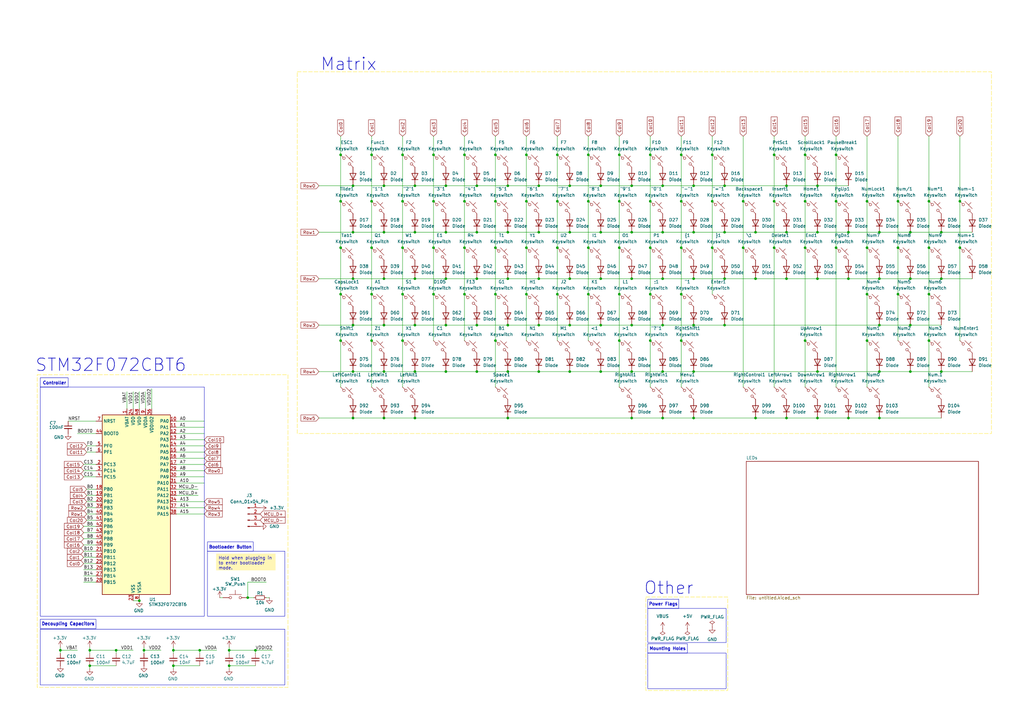
<source format=kicad_sch>
(kicad_sch (version 20231120) (generator "eeschema") (generator_version "8.0")
  (paper "A3")
  (title_block (rev "V1.0.0"))
  (junction (at 259.08 133.35))
  (junction (at 157.48 171.45))
  (junction (at 215.9 120.65))
  (junction (at 182.88 114.3))
  (junction (at 279.4 101.6))
  (junction (at 233.68 114.3))
  (junction (at 71.12 273.05))
  (junction (at 170.18 133.35))
  (junction (at 220.98 133.35))
  (junction (at 279.4 63.5))
  (junction (at 220.98 76.2))
  (junction (at 386.08 114.3))
  (junction (at 203.2 120.65))
  (junction (at 203.2 139.7))
  (junction (at 233.68 76.2))
  (junction (at 139.7 120.65))
  (junction (at 317.5 101.6))
  (junction (at 297.18 114.3))
  (junction (at 215.9 63.5))
  (junction (at 309.88 171.45))
  (junction (at 152.4 120.65))
  (junction (at 241.3 82.55))
  (junction (at 279.4 120.65))
  (junction (at 355.6 101.6))
  (junction (at 208.28 114.3))
  (junction (at 292.1 101.6))
  (junction (at 259.08 76.2))
  (junction (at 220.98 95.25))
  (junction (at 284.48 171.45))
  (junction (at 208.28 133.35))
  (junction (at 208.28 171.45))
  (junction (at 157.48 95.25))
  (junction (at 144.78 95.25))
  (junction (at 157.48 114.3))
  (junction (at 144.78 171.45))
  (junction (at 284.48 114.3))
  (junction (at 144.78 152.4))
  (junction (at 330.2 82.55))
  (junction (at 271.78 95.25))
  (junction (at 330.2 139.7))
  (junction (at 322.58 95.25))
  (junction (at 266.7 120.65))
  (junction (at 386.08 152.4))
  (junction (at 228.6 101.6))
  (junction (at 368.3 101.6))
  (junction (at 393.7 101.6))
  (junction (at 182.88 95.25))
  (junction (at 47.625 266.7))
  (junction (at 152.4 63.5))
  (junction (at 322.58 114.3))
  (junction (at 246.38 114.3))
  (junction (at 144.78 133.35))
  (junction (at 360.68 133.35))
  (junction (at 254 82.55))
  (junction (at 157.48 152.4))
  (junction (at 170.18 152.4))
  (junction (at 373.38 95.25))
  (junction (at 144.78 114.3))
  (junction (at 59.055 266.7))
  (junction (at 182.88 133.35))
  (junction (at 355.6 82.55))
  (junction (at 360.68 152.4))
  (junction (at 57.15 246.38))
  (junction (at 335.28 114.3))
  (junction (at 36.83 273.05))
  (junction (at 335.28 171.45))
  (junction (at 297.18 95.25))
  (junction (at 170.18 171.45))
  (junction (at 360.68 95.25))
  (junction (at 284.48 95.25))
  (junction (at 241.3 120.65))
  (junction (at 152.4 82.55))
  (junction (at 246.38 95.25))
  (junction (at 368.3 120.65))
  (junction (at 203.2 82.55))
  (junction (at 195.58 114.3))
  (junction (at 246.38 133.35))
  (junction (at 195.58 76.2))
  (junction (at 170.18 95.25))
  (junction (at 342.9 63.5))
  (junction (at 101.6 245.11))
  (junction (at 241.3 101.6))
  (junction (at 220.98 152.4))
  (junction (at 330.2 63.5))
  (junction (at 368.3 82.55))
  (junction (at 381 139.7))
  (junction (at 139.7 82.55))
  (junction (at 279.4 82.55))
  (junction (at 203.2 63.5))
  (junction (at 317.5 63.5))
  (junction (at 322.58 171.45))
  (junction (at 233.68 95.25))
  (junction (at 271.78 152.4))
  (junction (at 284.48 76.2))
  (junction (at 246.38 152.4))
  (junction (at 259.08 152.4))
  (junction (at 228.6 120.65))
  (junction (at 182.88 76.2))
  (junction (at 144.78 76.2))
  (junction (at 335.28 76.2))
  (junction (at 139.7 63.5))
  (junction (at 254 120.65))
  (junction (at 271.78 76.2))
  (junction (at 259.08 95.25))
  (junction (at 215.9 101.6))
  (junction (at 195.58 152.4))
  (junction (at 170.18 114.3))
  (junction (at 381 82.55))
  (junction (at 347.98 95.25))
  (junction (at 104.775 266.7))
  (junction (at 304.8 82.55))
  (junction (at 220.98 114.3))
  (junction (at 177.8 120.65))
  (junction (at 304.8 101.6))
  (junction (at 165.1 63.5))
  (junction (at 157.48 76.2))
  (junction (at 177.8 63.5))
  (junction (at 228.6 63.5))
  (junction (at 342.9 101.6))
  (junction (at 24.765 266.7))
  (junction (at 165.1 120.65))
  (junction (at 317.5 82.55))
  (junction (at 190.5 63.5))
  (junction (at 165.1 101.6))
  (junction (at 190.5 101.6))
  (junction (at 93.98 273.05))
  (junction (at 309.88 114.3))
  (junction (at 182.88 152.4))
  (junction (at 195.58 95.25))
  (junction (at 36.83 266.7))
  (junction (at 208.28 152.4))
  (junction (at 177.8 101.6))
  (junction (at 292.1 63.5))
  (junction (at 360.68 114.3))
  (junction (at 81.915 266.7))
  (junction (at 266.7 101.6))
  (junction (at 195.58 133.35))
  (junction (at 241.3 63.5))
  (junction (at 165.1 82.55))
  (junction (at 284.48 152.4))
  (junction (at 208.28 76.2))
  (junction (at 373.38 114.3))
  (junction (at 254 139.7))
  (junction (at 322.58 76.2))
  (junction (at 297.18 133.35))
  (junction (at 165.1 139.7))
  (junction (at 139.7 101.6))
  (junction (at 266.7 139.7))
  (junction (at 279.4 139.7))
  (junction (at 330.2 101.6))
  (junction (at 355.6 120.65))
  (junction (at 170.18 76.2))
  (junction (at 309.88 95.25))
  (junction (at 297.18 76.2))
  (junction (at 271.78 171.45))
  (junction (at 335.28 152.4))
  (junction (at 381 120.65))
  (junction (at 381 101.6))
  (junction (at 259.08 171.45))
  (junction (at 203.2 101.6))
  (junction (at 228.6 82.55))
  (junction (at 347.98 171.45))
  (junction (at 393.7 82.55))
  (junction (at 71.12 266.7))
  (junction (at 233.68 133.35))
  (junction (at 139.7 139.7))
  (junction (at 254 63.5))
  (junction (at 190.5 120.65))
  (junction (at 292.1 82.55))
  (junction (at 266.7 82.55))
  (junction (at 335.28 95.25))
  (junction (at 355.6 139.7))
  (junction (at 208.28 95.25))
  (junction (at 271.78 114.3))
  (junction (at 152.4 101.6))
  (junction (at 157.48 133.35))
  (junction (at 347.98 114.3))
  (junction (at 233.68 152.4))
  (junction (at 259.08 114.3))
  (junction (at 190.5 82.55))
  (junction (at 271.78 133.35))
  (junction (at 284.48 133.35))
  (junction (at 246.38 76.2))
  (junction (at 373.38 133.35))
  (junction (at 360.68 171.45))
  (junction (at 386.08 95.25))
  (junction (at 215.9 82.55))
  (junction (at 177.8 82.55))
  (junction (at 93.98 266.7))
  (junction (at 152.4 139.7))
  (junction (at 266.7 63.5))
  (junction (at 342.9 82.55))
  (junction (at 254 101.6))
  (junction (at 373.38 152.4))
  (wire (pts (xy 182.88 76.2) (xy 195.58 76.2)))
  (wire (pts (xy 292.1 63.5) (xy 292.1 82.55)))
  (wire (pts (xy 266.7 101.6) (xy 266.7 120.65)))
  (wire (pts (xy 190.5 82.55) (xy 190.5 101.6)))
  (wire (pts (xy 233.68 114.3) (xy 246.38 114.3)))
  (wire (pts (xy 34.29 231.14) (xy 39.37 231.14)))
  (wire (pts (xy 144.78 133.35) (xy 157.48 133.35)))
  (wire (pts (xy 34.29 238.76) (xy 39.37 238.76)))
  (wire (pts (xy 279.4 63.5) (xy 279.4 82.55)))
  (wire (pts (xy 259.08 95.25) (xy 271.78 95.25)))
  (wire (pts (xy 195.58 114.3) (xy 208.28 114.3)))
  (wire (pts (xy 195.58 95.25) (xy 208.28 95.25)))
  (wire (pts (xy 241.3 63.5) (xy 241.3 82.55)))
  (wire (pts (xy 246.38 114.3) (xy 259.08 114.3)))
  (wire (pts (xy 220.98 76.2) (xy 233.68 76.2)))
  (wire (pts (xy 71.12 266.7) (xy 71.12 267.97)))
  (wire (pts (xy 34.29 193.04) (xy 39.37 193.04)))
  (wire (pts (xy 190.5 101.6) (xy 190.5 120.65)))
  (wire (pts (xy 254 101.6) (xy 254 120.65)))
  (wire (pts (xy 203.2 55.88) (xy 203.2 63.5)))
  (wire (pts (xy 52.07 160.655) (xy 52.07 167.64)))
  (wire (pts (xy 317.5 101.6) (xy 317.5 158.75)))
  (wire (pts (xy 309.88 95.25) (xy 322.58 95.25)))
  (wire (pts (xy 322.58 76.2) (xy 335.28 76.2)))
  (wire (pts (xy 139.7 55.88) (xy 139.7 63.5)))
  (wire (pts (xy 27.94 172.72) (xy 39.37 172.72)))
  (wire (pts (xy 233.68 152.4) (xy 246.38 152.4)))
  (wire (pts (xy 342.9 101.6) (xy 342.9 158.75)))
  (wire (pts (xy 347.98 114.3) (xy 360.68 114.3)))
  (wire (pts (xy 83.82 193.04) (xy 72.39 193.04)))
  (wire (pts (xy 330.2 101.6) (xy 330.2 139.7)))
  (wire (pts (xy 182.88 152.4) (xy 195.58 152.4)))
  (wire (pts (xy 355.6 120.65) (xy 355.6 139.7)))
  (wire (pts (xy 157.48 114.3) (xy 170.18 114.3)))
  (wire (pts (xy 83.82 185.42) (xy 72.39 185.42)))
  (wire (pts (xy 195.58 133.35) (xy 208.28 133.35)))
  (wire (pts (xy 271.78 114.3) (xy 284.48 114.3)))
  (wire (pts (xy 165.1 55.88) (xy 165.1 63.5)))
  (wire (pts (xy 368.3 101.6) (xy 368.3 120.65)))
  (wire (pts (xy 24.765 266.7) (xy 24.765 267.97)))
  (wire (pts (xy 304.8 82.55) (xy 304.8 101.6)))
  (wire (pts (xy 381 101.6) (xy 381 120.65)))
  (wire (pts (xy 101.6 245.11) (xy 104.14 245.11)))
  (wire (pts (xy 165.1 101.6) (xy 165.1 120.65)))
  (wire (pts (xy 347.98 95.25) (xy 360.68 95.25)))
  (wire (pts (xy 368.3 55.88) (xy 368.3 82.55)))
  (wire (pts (xy 152.4 55.88) (xy 152.4 63.5)))
  (wire (pts (xy 381 55.88) (xy 381 82.55)))
  (wire (pts (xy 47.625 266.7) (xy 47.625 267.97)))
  (wire (pts (xy 317.5 82.55) (xy 317.5 101.6)))
  (wire (pts (xy 81.28 200.66) (xy 72.39 200.66)))
  (wire (pts (xy 24.765 265.43) (xy 24.765 266.7)))
  (wire (pts (xy 246.38 152.4) (xy 259.08 152.4)))
  (wire (pts (xy 220.98 114.3) (xy 233.68 114.3)))
  (wire (pts (xy 228.6 63.5) (xy 228.6 82.55)))
  (wire (pts (xy 208.28 76.2) (xy 220.98 76.2)))
  (wire (pts (xy 152.4 120.65) (xy 152.4 139.7)))
  (wire (pts (xy 157.48 152.4) (xy 170.18 152.4)))
  (wire (pts (xy 233.68 133.35) (xy 246.38 133.35)))
  (wire (pts (xy 157.48 133.35) (xy 170.18 133.35)))
  (wire (pts (xy 190.5 120.65) (xy 190.5 139.7)))
  (wire (pts (xy 381 139.7) (xy 381 158.75)))
  (wire (pts (xy 165.1 63.5) (xy 165.1 82.55)))
  (wire (pts (xy 292.1 101.6) (xy 292.1 120.65)))
  (wire (pts (xy 215.9 82.55) (xy 215.9 101.6)))
  (wire (pts (xy 347.98 171.45) (xy 360.68 171.45)))
  (wire (pts (xy 266.7 120.65) (xy 266.7 139.7)))
  (wire (pts (xy 83.82 195.58) (xy 72.39 195.58)))
  (wire (pts (xy 342.9 55.88) (xy 342.9 63.5)))
  (wire (pts (xy 254 120.65) (xy 254 139.7)))
  (wire (pts (xy 34.29 218.44) (xy 39.37 218.44)))
  (wire (pts (xy 373.38 152.4) (xy 386.08 152.4)))
  (wire (pts (xy 152.4 139.7) (xy 152.4 158.75)))
  (wire (pts (xy 241.3 82.55) (xy 241.3 101.6)))
  (wire (pts (xy 335.28 171.45) (xy 347.98 171.45)))
  (wire (pts (xy 292.1 55.88) (xy 292.1 63.5)))
  (wire (pts (xy 35.56 213.36) (xy 39.37 213.36)))
  (wire (pts (xy 165.1 139.7) (xy 165.1 158.75)))
  (wire (pts (xy 203.2 63.5) (xy 203.2 82.55)))
  (wire (pts (xy 130.81 95.25) (xy 144.78 95.25)))
  (wire (pts (xy 177.8 82.55) (xy 177.8 101.6)))
  (wire (pts (xy 93.98 273.05) (xy 104.775 273.05)))
  (wire (pts (xy 297.18 95.25) (xy 309.88 95.25)))
  (wire (pts (xy 36.83 273.05) (xy 47.625 273.05)))
  (wire (pts (xy 342.9 63.5) (xy 342.9 82.55)))
  (wire (pts (xy 83.82 210.82) (xy 72.39 210.82)))
  (wire (pts (xy 259.08 133.35) (xy 271.78 133.35)))
  (wire (pts (xy 355.6 55.88) (xy 355.6 82.55)))
  (wire (pts (xy 35.56 203.2) (xy 39.37 203.2)))
  (wire (pts (xy 215.9 55.88) (xy 215.9 63.5)))
  (wire (pts (xy 373.38 133.35) (xy 386.08 133.35)))
  (wire (pts (xy 182.88 114.3) (xy 195.58 114.3)))
  (wire (pts (xy 34.29 228.6) (xy 39.37 228.6)))
  (wire (pts (xy 83.82 180.34) (xy 72.39 180.34)))
  (wire (pts (xy 228.6 82.55) (xy 228.6 101.6)))
  (wire (pts (xy 152.4 82.55) (xy 152.4 101.6)))
  (wire (pts (xy 393.7 101.6) (xy 393.7 139.7)))
  (wire (pts (xy 259.08 171.45) (xy 271.78 171.45)))
  (wire (pts (xy 279.4 82.55) (xy 279.4 101.6)))
  (wire (pts (xy 139.7 82.55) (xy 139.7 101.6)))
  (wire (pts (xy 139.7 120.65) (xy 139.7 139.7)))
  (wire (pts (xy 254 139.7) (xy 254 158.75)))
  (wire (pts (xy 144.78 76.2) (xy 157.48 76.2)))
  (wire (pts (xy 35.56 182.88) (xy 39.37 182.88)))
  (wire (pts (xy 254 55.88) (xy 254 63.5)))
  (wire (pts (xy 271.78 95.25) (xy 284.48 95.25)))
  (wire (pts (xy 83.82 172.72) (xy 72.39 172.72)))
  (wire (pts (xy 177.8 101.6) (xy 177.8 120.65)))
  (wire (pts (xy 170.18 76.2) (xy 182.88 76.2)))
  (wire (pts (xy 139.7 63.5) (xy 139.7 82.55)))
  (wire (pts (xy 322.58 95.25) (xy 335.28 95.25)))
  (wire (pts (xy 66.04 266.7) (xy 59.055 266.7)))
  (wire (pts (xy 386.08 114.3) (xy 398.78 114.3)))
  (wire (pts (xy 284.48 114.3) (xy 297.18 114.3)))
  (wire (pts (xy 360.68 114.3) (xy 373.38 114.3)))
  (wire (pts (xy 360.68 95.25) (xy 373.38 95.25)))
  (wire (pts (xy 182.88 133.35) (xy 195.58 133.35)))
  (wire (pts (xy 170.18 95.25) (xy 182.88 95.25)))
  (wire (pts (xy 109.22 245.11) (xy 110.49 245.11)))
  (wire (pts (xy 355.6 139.7) (xy 355.6 158.75)))
  (wire (pts (xy 381 120.65) (xy 381 139.7)))
  (wire (pts (xy 104.775 266.7) (xy 111.76 266.7)))
  (wire (pts (xy 170.18 114.3) (xy 182.88 114.3)))
  (wire (pts (xy 271.78 152.4) (xy 284.48 152.4)))
  (wire (pts (xy 54.61 246.38) (xy 57.15 246.38)))
  (wire (pts (xy 259.08 76.2) (xy 271.78 76.2)))
  (wire (pts (xy 36.83 274.32) (xy 36.83 273.05)))
  (wire (pts (xy 215.9 101.6) (xy 215.9 120.65)))
  (wire (pts (xy 246.38 76.2) (xy 259.08 76.2)))
  (wire (pts (xy 59.69 160.655) (xy 59.69 167.64)))
  (wire (pts (xy 284.48 95.25) (xy 297.18 95.25)))
  (wire (pts (xy 62.23 159.385) (xy 62.23 167.64)))
  (wire (pts (xy 35.56 208.28) (xy 39.37 208.28)))
  (wire (pts (xy 215.9 63.5) (xy 215.9 82.55)))
  (wire (pts (xy 208.28 171.45) (xy 259.08 171.45)))
  (wire (pts (xy 373.38 114.3) (xy 386.08 114.3)))
  (wire (pts (xy 34.29 226.06) (xy 39.37 226.06)))
  (wire (pts (xy 279.4 101.6) (xy 279.4 120.65)))
  (wire (pts (xy 34.29 233.68) (xy 39.37 233.68)))
  (wire (pts (xy 93.98 265.43) (xy 93.98 266.7)))
  (wire (pts (xy 279.4 120.65) (xy 279.4 139.7)))
  (wire (pts (xy 220.98 133.35) (xy 233.68 133.35)))
  (wire (pts (xy 317.5 63.5) (xy 317.5 82.55)))
  (wire (pts (xy 241.3 101.6) (xy 241.3 120.65)))
  (wire (pts (xy 71.12 274.32) (xy 71.12 273.05)))
  (wire (pts (xy 241.3 120.65) (xy 241.3 139.7)))
  (wire (pts (xy 335.28 114.3) (xy 347.98 114.3)))
  (wire (pts (xy 35.56 205.74) (xy 39.37 205.74)))
  (wire (pts (xy 208.28 133.35) (xy 220.98 133.35)))
  (wire (pts (xy 144.78 152.4) (xy 157.48 152.4)))
  (wire (pts (xy 368.3 120.65) (xy 368.3 139.7)))
  (wire (pts (xy 83.82 175.26) (xy 72.39 175.26)))
  (wire (pts (xy 322.58 171.45) (xy 335.28 171.45)))
  (wire (pts (xy 386.08 95.25) (xy 398.78 95.25)))
  (wire (pts (xy 34.29 236.22) (xy 39.37 236.22)))
  (wire (pts (xy 297.18 76.2) (xy 322.58 76.2)))
  (wire (pts (xy 36.83 265.43) (xy 36.83 266.7)))
  (wire (pts (xy 368.3 82.55) (xy 368.3 101.6)))
  (wire (pts (xy 83.82 208.28) (xy 72.39 208.28)))
  (wire (pts (xy 228.6 101.6) (xy 228.6 120.65)))
  (wire (pts (xy 381 82.55) (xy 381 101.6)))
  (wire (pts (xy 266.7 139.7) (xy 266.7 158.75)))
  (wire (pts (xy 57.15 160.655) (xy 57.15 167.64)))
  (wire (pts (xy 93.98 266.7) (xy 93.98 267.97)))
  (wire (pts (xy 139.7 139.7) (xy 139.7 158.75)))
  (wire (pts (xy 144.78 114.3) (xy 157.48 114.3)))
  (wire (pts (xy 271.78 171.45) (xy 284.48 171.45)))
  (wire (pts (xy 157.48 95.25) (xy 170.18 95.25)))
  (wire (pts (xy 393.7 55.88) (xy 393.7 82.55)))
  (wire (pts (xy 157.48 76.2) (xy 170.18 76.2)))
  (wire (pts (xy 130.81 76.2) (xy 144.78 76.2)))
  (wire (pts (xy 101.6 238.76) (xy 101.6 245.11)))
  (wire (pts (xy 47.625 266.7) (xy 54.61 266.7)))
  (wire (pts (xy 284.48 152.4) (xy 335.28 152.4)))
  (wire (pts (xy 330.2 139.7) (xy 330.2 158.75)))
  (wire (pts (xy 165.1 120.65) (xy 165.1 139.7)))
  (wire (pts (xy 266.7 55.88) (xy 266.7 63.5)))
  (wire (pts (xy 271.78 76.2) (xy 284.48 76.2)))
  (wire (pts (xy 393.7 82.55) (xy 393.7 101.6)))
  (wire (pts (xy 233.68 95.25) (xy 246.38 95.25)))
  (wire (pts (xy 330.2 63.5) (xy 330.2 82.55)))
  (wire (pts (xy 81.28 203.2) (xy 72.39 203.2)))
  (wire (pts (xy 203.2 82.55) (xy 203.2 101.6)))
  (wire (pts (xy 144.78 171.45) (xy 157.48 171.45)))
  (wire (pts (xy 233.68 76.2) (xy 246.38 76.2)))
  (wire (pts (xy 59.055 266.7) (xy 59.055 267.97)))
  (wire (pts (xy 83.82 190.5) (xy 72.39 190.5)))
  (wire (pts (xy 342.9 82.55) (xy 342.9 101.6)))
  (wire (pts (xy 83.82 182.88) (xy 72.39 182.88)))
  (wire (pts (xy 35.56 185.42) (xy 39.37 185.42)))
  (wire (pts (xy 71.12 273.05) (xy 81.915 273.05)))
  (wire (pts (xy 317.5 55.88) (xy 317.5 63.5)))
  (wire (pts (xy 182.88 95.25) (xy 195.58 95.25)))
  (wire (pts (xy 34.29 195.58) (xy 39.37 195.58)))
  (wire (pts (xy 59.055 265.43) (xy 59.055 266.7)))
  (wire (pts (xy 144.78 95.25) (xy 157.48 95.25)))
  (wire (pts (xy 284.48 171.45) (xy 309.88 171.45)))
  (wire (pts (xy 83.82 177.8) (xy 72.39 177.8)))
  (wire (pts (xy 386.08 152.4) (xy 398.78 152.4)))
  (wire (pts (xy 259.08 114.3) (xy 271.78 114.3)))
  (wire (pts (xy 355.6 101.6) (xy 355.6 120.65)))
  (wire (pts (xy 220.98 152.4) (xy 233.68 152.4)))
  (wire (pts (xy 90.17 245.11) (xy 91.44 245.11)))
  (wire (pts (xy 304.8 101.6) (xy 304.8 158.75)))
  (wire (pts (xy 266.7 63.5) (xy 266.7 82.55)))
  (wire (pts (xy 93.98 274.32) (xy 93.98 273.05)))
  (wire (pts (xy 355.6 82.55) (xy 355.6 101.6)))
  (wire (pts (xy 177.8 63.5) (xy 177.8 82.55)))
  (wire (pts (xy 130.81 152.4) (xy 144.78 152.4)))
  (wire (pts (xy 71.12 265.43) (xy 71.12 266.7)))
  (wire (pts (xy 190.5 55.88) (xy 190.5 63.5)))
  (wire (pts (xy 165.1 82.55) (xy 165.1 101.6)))
  (wire (pts (xy 322.58 114.3) (xy 335.28 114.3)))
  (wire (pts (xy 157.48 171.45) (xy 170.18 171.45)))
  (wire (pts (xy 36.83 266.7) (xy 47.625 266.7)))
  (wire (pts (xy 254 63.5) (xy 254 82.55)))
  (wire (pts (xy 109.22 238.76) (xy 101.6 238.76)))
  (wire (pts (xy 373.38 95.25) (xy 386.08 95.25)))
  (wire (pts (xy 190.5 63.5) (xy 190.5 82.55)))
  (wire (pts (xy 246.38 95.25) (xy 259.08 95.25)))
  (wire (pts (xy 266.7 82.55) (xy 266.7 101.6)))
  (wire (pts (xy 292.1 82.55) (xy 292.1 101.6)))
  (wire (pts (xy 284.48 133.35) (xy 297.18 133.35)))
  (wire (pts (xy 309.88 114.3) (xy 322.58 114.3)))
  (wire (pts (xy 297.18 133.35) (xy 360.68 133.35)))
  (wire (pts (xy 34.29 223.52) (xy 39.37 223.52)))
  (wire (pts (xy 170.18 133.35) (xy 182.88 133.35)))
  (wire (pts (xy 170.18 152.4) (xy 182.88 152.4)))
  (wire (pts (xy 360.68 171.45) (xy 386.08 171.45)))
  (wire (pts (xy 330.2 55.88) (xy 330.2 63.5)))
  (wire (pts (xy 104.775 266.7) (xy 104.775 267.97)))
  (wire (pts (xy 259.08 152.4) (xy 271.78 152.4)))
  (wire (pts (xy 254 82.55) (xy 254 101.6)))
  (wire (pts (xy 177.8 55.88) (xy 177.8 63.5)))
  (wire (pts (xy 271.78 133.35) (xy 284.48 133.35)))
  (wire (pts (xy 81.915 266.7) (xy 81.915 267.97)))
  (wire (pts (xy 228.6 55.88) (xy 228.6 63.5)))
  (wire (pts (xy 35.56 210.82) (xy 39.37 210.82)))
  (wire (pts (xy 330.2 82.55) (xy 330.2 101.6)))
  (wire (pts (xy 36.83 266.7) (xy 36.83 267.97)))
  (wire (pts (xy 284.48 76.2) (xy 297.18 76.2)))
  (wire (pts (xy 31.75 266.7) (xy 24.765 266.7)))
  (wire (pts (xy 360.68 133.35) (xy 373.38 133.35)))
  (wire (pts (xy 335.28 152.4) (xy 360.68 152.4)))
  (wire (pts (xy 279.4 55.88) (xy 279.4 63.5)))
  (wire (pts (xy 203.2 139.7) (xy 203.2 158.75)))
  (wire (pts (xy 130.81 133.35) (xy 144.78 133.35)))
  (wire (pts (xy 335.28 76.2) (xy 347.98 76.2)))
  (wire (pts (xy 195.58 76.2) (xy 208.28 76.2)))
  (wire (pts (xy 208.28 95.25) (xy 220.98 95.25)))
  (wire (pts (xy 54.61 160.655) (xy 54.61 167.64)))
  (wire (pts (xy 208.28 152.4) (xy 220.98 152.4)))
  (wire (pts (xy 309.88 171.45) (xy 322.58 171.45)))
  (wire (pts (xy 71.12 266.7) (xy 81.915 266.7)))
  (wire (pts (xy 81.915 266.7) (xy 88.9 266.7)))
  (wire (pts (xy 170.18 171.45) (xy 208.28 171.45)))
  (wire (pts (xy 203.2 101.6) (xy 203.2 120.65)))
  (wire (pts (xy 360.68 152.4) (xy 373.38 152.4)))
  (wire (pts (xy 83.82 198.12) (xy 72.39 198.12)))
  (wire (pts (xy 83.82 205.74) (xy 72.39 205.74)))
  (wire (pts (xy 34.29 220.98) (xy 39.37 220.98)))
  (wire (pts (xy 297.18 114.3) (xy 309.88 114.3)))
  (wire (pts (xy 83.82 187.96) (xy 72.39 187.96)))
  (wire (pts (xy 177.8 120.65) (xy 177.8 139.7)))
  (wire (pts (xy 152.4 63.5) (xy 152.4 82.55)))
  (wire (pts (xy 31.75 177.8) (xy 39.37 177.8)))
  (wire (pts (xy 246.38 133.35) (xy 259.08 133.35)))
  (wire (pts (xy 152.4 101.6) (xy 152.4 120.65)))
  (wire (pts (xy 34.29 190.5) (xy 39.37 190.5)))
  (wire (pts (xy 195.58 152.4) (xy 208.28 152.4)))
  (wire (pts (xy 228.6 120.65) (xy 228.6 139.7)))
  (wire (pts (xy 215.9 120.65) (xy 215.9 139.7)))
  (wire (pts (xy 130.81 171.45) (xy 144.78 171.45)))
  (wire (pts (xy 130.81 114.3) (xy 144.78 114.3)))
  (wire (pts (xy 220.98 95.25) (xy 233.68 95.25)))
  (wire (pts (xy 304.8 55.88) (xy 304.8 82.55)))
  (wire (pts (xy 203.2 120.65) (xy 203.2 139.7)))
  (wire (pts (xy 35.56 200.66) (xy 39.37 200.66)))
  (wire (pts (xy 139.7 101.6) (xy 139.7 120.65)))
  (wire (pts (xy 279.4 139.7) (xy 279.4 158.75)))
  (wire (pts (xy 93.98 266.7) (xy 104.775 266.7)))
  (wire (pts (xy 208.28 114.3) (xy 220.98 114.3)))
  (wire (pts (xy 34.29 215.9) (xy 39.37 215.9)))
  (wire (pts (xy 241.3 55.88) (xy 241.3 63.5)))
  (wire (pts (xy 335.28 95.25) (xy 347.98 95.25)))
  (rectangle (start 16.51 258.064) (end 116.84 280.924))
  (rectangle (start 265.684 264.033) (end 281.94 267.843))
  (rectangle (start 15.24 153.67) (end 118.11 281.94) (stroke (width 0) (type dash) (color 255 229 36 1)))
  (rectangle (start 16.51 154.94) (end 27.94 158.75))
  (rectangle (start 265.684 245.745) (end 278.384 249.555))
  (rectangle (start 85.09 222.25) (end 103.886 226.06))
  (rectangle (start 265.684 267.843) (end 297.815 282.448))
  (rectangle (start 264.922 244.856) (end 298.45 283.21) (stroke (width 0) (type dash) (color 255 229 36 1)))
  (rectangle (start 85.09 226.06) (end 116.84 252.73))
  (rectangle (start 121.92 29.464) (end 406.654 177.8) (stroke (width 0) (type dash) (color 255 229 36 1)))
  (rectangle (start 16.51 158.75) (end 83.82 252.73))
  (rectangle (start 265.684 249.555) (end 297.815 263.525))
  (rectangle (start 16.51 254) (end 39.37 257.81))
  (text_box "Hold when plugging in to enter bootloader mode." (at 88.646 227.076 0) (size 24.384 6.858) (stroke (width -0.0001)) (fill (type color) (color 255 229 36 0.33)) (effects (font (size 1.27 1.27)) (justify left top)))
  (text "STM32F072CBT6" (at 45.466 149.86 0) (effects (font (size 5.08 5.08) (thickness 0.254) (bold yes))))
  (text "Mounting Holes" (at 273.812 266.192 0) (effects (font (size 1.27 1.27) (thickness 0.254) (bold yes))))
  (text "Decoupling Capacitors" (at 27.94 256.032 0) (effects (font (size 1.27 1.27) (thickness 0.254) (bold yes))))
  (text "Controller\n" (at 22.352 157.226 0) (effects (font (size 1.27 1.27) (thickness 0.254) (bold yes))))
  (text "Power Flags" (at 272.034 247.904 0) (effects (font (size 1.27 1.27) (thickness 0.254) (bold yes))))
  (text "Other" (at 274.32 241.3 0) (effects (font (size 5.08 5.08) (thickness 0.254) (bold yes))))
  (text "Bootloader Button" (at 94.488 224.536 0) (effects (font (size 1.27 1.27) (thickness 0.254) (bold yes))))
  (text "Matrix" (at 143.002 26.416 0) (effects (font (size 5.08 5.08) (thickness 0.254) (bold yes))))
  (label "A7" (at 76.2 190.5 180))
  (label "A6" (at 76.2 187.96 180))
  (label "A10" (at 77.47 198.12 180))
  (label "B0" (at 35.56 200.66 0))
  (label "B6" (at 35.56 215.9 0))
  (label "MCU_D-" (at 81.28 200.66 180))
  (label "A3" (at 76.2 180.34 180))
  (label "B7" (at 35.56 218.44 0))
  (label "A15" (at 77.47 210.82 180))
  (label "VBAT" (at 31.75 266.7 180))
  (label "A5" (at 76.2 185.42 180))
  (label "B5" (at 35.56 213.36 0))
  (label "B1" (at 35.56 203.2 0))
  (label "B9" (at 35.56 223.52 0))
  (label "VDDIO2" (at 62.23 159.385 270))
  (label "B11" (at 34.29 228.6 0))
  (label "B4" (at 35.56 210.82 0))
  (label "MCU_D+" (at 81.28 203.2 180))
  (label "A14" (at 77.47 208.28 180))
  (label "NRST" (at 27.94 172.72 0))
  (label "VDDIO2" (at 111.76 266.7 180))
  (label "VDD2" (at 57.15 160.655 270))
  (label "A2" (at 76.2 177.8 180))
  (label "VDDA" (at 59.69 160.655 270))
  (label "F0" (at 35.56 182.88 0))
  (label "BOOT0" (at 109.22 238.76 180))
  (label "B15" (at 34.29 238.76 0))
  (label "F1" (at 35.56 185.42 0))
  (label "A13" (at 77.47 205.74 180))
  (label "B12" (at 34.29 231.14 0))
  (label "A9" (at 76.2 195.58 180))
  (label "A8" (at 76.2 193.04 180))
  (label "C13" (at 34.29 190.5 0))
  (label "B8" (at 35.56 220.98 0))
  (label "BOOT0" (at 31.75 177.8 0))
  (label "A1" (at 76.2 175.26 180))
  (label "B2" (at 35.56 205.74 0))
  (label "C15" (at 34.29 195.58 0))
  (label "B13" (at 34.29 233.68 0))
  (label "VDD1" (at 54.61 160.655 270))
  (label "VDDA" (at 88.9 266.7 180))
  (label "VDD2" (at 66.04 266.7 180))
  (label "B3" (at 35.56 208.28 0))
  (label "B10" (at 34.29 226.06 0))
  (label "VBAT" (at 52.07 160.655 270))
  (label "A0" (at 76.2 172.72 180))
  (label "B14" (at 34.29 236.22 0))
  (label "A4" (at 76.2 182.88 180))
  (label "VDD1" (at 54.61 266.7 180))
  (label "C14" (at 34.29 193.04 0))
  (global_label "Col5" (shape input) (at 203.2 55.88 90) (property "Intersheetrefs" "${INTERSHEET_REFS}" (effects (hide yes))))
  (global_label "Row2" (shape input) (at 35.56 208.28 180) (property "Intersheetrefs" "${INTERSHEET_REFS}" (effects (hide yes))))
  (global_label "Col11" (shape input) (at 35.56 185.42 180) (property "Intersheetrefs" "${INTERSHEET_REFS}" (effects (hide yes))))
  (global_label "Row2" (shape input) (at 130.81 114.3 180) (property "Intersheetrefs" "${INTERSHEET_REFS}" (effects (hide yes))))
  (global_label "Col12" (shape input) (at 35.56 182.88 180) (property "Intersheetrefs" "${INTERSHEET_REFS}" (effects (hide yes))))
  (global_label "Row3" (shape input) (at 130.81 133.35 180) (property "Intersheetrefs" "${INTERSHEET_REFS}" (effects (hide yes))))
  (global_label "Col15" (shape input) (at 330.2 55.88 90) (property "Intersheetrefs" "${INTERSHEET_REFS}" (effects (hide yes))))
  (global_label "Col17" (shape input) (at 34.29 220.98 180) (property "Intersheetrefs" "${INTERSHEET_REFS}" (effects (hide yes))))
  (global_label "Col2" (shape input) (at 165.1 55.88 90) (property "Intersheetrefs" "${INTERSHEET_REFS}" (effects (hide yes))))
  (global_label "Col15" (shape input) (at 34.29 190.5 180) (property "Intersheetrefs" "${INTERSHEET_REFS}" (effects (hide yes))))
  (global_label "Row4" (shape input) (at 83.82 208.28 0) (property "Intersheetrefs" "${INTERSHEET_REFS}" (effects (hide yes))))
  (global_label "Col13" (shape input) (at 304.8 55.88 90) (property "Intersheetrefs" "${INTERSHEET_REFS}" (effects (hide yes))))
  (global_label "Row3" (shape input) (at 83.82 210.82 0) (property "Intersheetrefs" "${INTERSHEET_REFS}" (effects (hide yes))))
  (global_label "Col19" (shape input) (at 381 55.88 90) (property "Intersheetrefs" "${INTERSHEET_REFS}" (effects (hide yes))))
  (global_label "Col5" (shape input) (at 35.56 200.66 180) (property "Intersheetrefs" "${INTERSHEET_REFS}" (effects (hide yes))))
  (global_label "MCU_D+" (shape input) (at 106.68 210.82 0) (property "Intersheetrefs" "${INTERSHEET_REFS}" (effects (hide yes))))
  (global_label "Row4" (shape input) (at 130.81 152.4 180) (property "Intersheetrefs" "${INTERSHEET_REFS}" (effects (hide yes))))
  (global_label "Row1" (shape input) (at 130.81 95.25 180) (property "Intersheetrefs" "${INTERSHEET_REFS}" (effects (hide yes))))
  (global_label "Col7" (shape input) (at 83.82 187.96 0) (property "Intersheetrefs" "${INTERSHEET_REFS}" (effects (hide yes))))
  (global_label "Col1" (shape input) (at 34.29 228.6 180) (property "Intersheetrefs" "${INTERSHEET_REFS}" (effects (hide yes))))
  (global_label "Col8" (shape input) (at 83.82 185.42 0) (property "Intersheetrefs" "${INTERSHEET_REFS}" (effects (hide yes))))
  (global_label "Col8" (shape input) (at 241.3 55.88 90) (property "Intersheetrefs" "${INTERSHEET_REFS}" (effects (hide yes))))
  (global_label "Col19" (shape input) (at 34.29 215.9 180) (property "Intersheetrefs" "${INTERSHEET_REFS}" (effects (hide yes))))
  (global_label "Col16" (shape input) (at 342.9 55.88 90) (property "Intersheetrefs" "${INTERSHEET_REFS}" (effects (hide yes))))
  (global_label "Col3" (shape input) (at 35.56 205.74 180) (property "Intersheetrefs" "${INTERSHEET_REFS}" (effects (hide yes))))
  (global_label "Col4" (shape input) (at 190.5 55.88 90) (property "Intersheetrefs" "${INTERSHEET_REFS}" (effects (hide yes))))
  (global_label "Col17" (shape input) (at 355.6 55.88 90) (property "Intersheetrefs" "${INTERSHEET_REFS}" (effects (hide yes))))
  (global_label "Row0" (shape input) (at 83.82 193.04 0) (property "Intersheetrefs" "${INTERSHEET_REFS}" (effects (hide yes))))
  (global_label "Col10" (shape input) (at 266.7 55.88 90) (property "Intersheetrefs" "${INTERSHEET_REFS}" (effects (hide yes))))
  (global_label "Col11" (shape input) (at 279.4 55.88 90) (property "Intersheetrefs" "${INTERSHEET_REFS}" (effects (hide yes))))
  (global_label "Col3" (shape input) (at 177.8 55.88 90) (property "Intersheetrefs" "${INTERSHEET_REFS}" (effects (hide yes))))
  (global_label "Col20" (shape input) (at 35.56 213.36 180) (property "Intersheetrefs" "${INTERSHEET_REFS}" (effects (hide yes))))
  (global_label "Row1" (shape input) (at 35.56 210.82 180) (property "Intersheetrefs" "${INTERSHEET_REFS}" (effects (hide yes))))
  (global_label "Row0" (shape input) (at 130.81 76.2 180) (property "Intersheetrefs" "${INTERSHEET_REFS}" (effects (hide yes))))
  (global_label "Col0" (shape input) (at 34.29 231.14 180) (property "Intersheetrefs" "${INTERSHEET_REFS}" (effects (hide yes))))
  (global_label "Col9" (shape input) (at 254 55.88 90) (property "Intersheetrefs" "${INTERSHEET_REFS}" (effects (hide yes))))
  (global_label "Col2" (shape input) (at 34.29 226.06 180) (property "Intersheetrefs" "${INTERSHEET_REFS}" (effects (hide yes))))
  (global_label "Row5" (shape input) (at 83.82 205.74 0) (property "Intersheetrefs" "${INTERSHEET_REFS}" (effects (hide yes))))
  (global_label "Col12" (shape input) (at 292.1 55.88 90) (property "Intersheetrefs" "${INTERSHEET_REFS}" (effects (hide yes))))
  (global_label "Col16" (shape input) (at 34.29 223.52 180) (property "Intersheetrefs" "${INTERSHEET_REFS}" (effects (hide yes))))
  (global_label "Col18" (shape input) (at 368.3 55.88 90) (property "Intersheetrefs" "${INTERSHEET_REFS}" (effects (hide yes))))
  (global_label "Col1" (shape input) (at 152.4 55.88 90) (property "Intersheetrefs" "${INTERSHEET_REFS}" (effects (hide yes))))
  (global_label "Col9" (shape input) (at 83.82 182.88 0) (property "Intersheetrefs" "${INTERSHEET_REFS}" (effects (hide yes))))
  (global_label "Col14" (shape input) (at 34.29 193.04 180) (property "Intersheetrefs" "${INTERSHEET_REFS}" (effects (hide yes))))
  (global_label "Col4" (shape input) (at 35.56 203.2 180) (property "Intersheetrefs" "${INTERSHEET_REFS}" (effects (hide yes))))
  (global_label "Row5" (shape input) (at 130.81 171.45 180) (property "Intersheetrefs" "${INTERSHEET_REFS}" (effects (hide yes))))
  (global_label "Col14" (shape input) (at 317.5 55.88 90) (property "Intersheetrefs" "${INTERSHEET_REFS}" (effects (hide yes))))
  (global_label "Col20" (shape input) (at 393.7 55.88 90) (property "Intersheetrefs" "${INTERSHEET_REFS}" (effects (hide yes))))
  (global_label "Col18" (shape input) (at 34.29 218.44 180) (property "Intersheetrefs" "${INTERSHEET_REFS}" (effects (hide yes))))
  (global_label "Col6" (shape input) (at 215.9 55.88 90) (property "Intersheetrefs" "${INTERSHEET_REFS}" (effects (hide yes))))
  (global_label "Col6" (shape input) (at 83.82 190.5 0) (property "Intersheetrefs" "${INTERSHEET_REFS}" (effects (hide yes))))
  (global_label "Col0" (shape input) (at 139.7 55.88 90) (property "Intersheetrefs" "${INTERSHEET_REFS}" (effects (hide yes))))
  (global_label "Col13" (shape input) (at 34.29 195.58 180) (property "Intersheetrefs" "${INTERSHEET_REFS}" (effects (hide yes))))
  (global_label "MCU_D-" (shape input) (at 106.68 213.36 0) (property "Intersheetrefs" "${INTERSHEET_REFS}" (effects (hide yes))))
  (global_label "Col7" (shape input) (at 228.6 55.88 90) (property "Intersheetrefs" "${INTERSHEET_REFS}" (effects (hide yes))))
  (global_label "Col10" (shape input) (at 83.82 180.34 0) (property "Intersheetrefs" "${INTERSHEET_REFS}" (effects (hide yes))))
  (symbol (lib_id "ScottoKeebs:Placeholder_Diode") (at 208.28 167.64 90) (unit 1)
    (property "Reference" "D95" (at 210.82 166.3699 90) (effects (justify right)))
    (property "Value" "Diode" (at 210.82 168.9099 90) (effects (justify right)))
    (property "Footprint" "ScottoKeebs_Components:Diode_SOD-123" (effects (hide yes)))
    (property "Description" "1N4148 (DO-35) or 1N4148W (SOD-123)" (effects (hide yes)))
    (property "Sim.Device" "D" (effects (hide yes)))
    (property "Sim.Pins" "1=K 2=A" (effects (hide yes)))
  )
  (symbol (lib_id "ScottoKeebs:Placeholder_Keyswitch") (at 154.94 104.14 0) (unit 1)
    (property "Reference" "Q1" (at 154.94 96.52 0))
    (property "Value" "Keyswitch" (at 154.94 99.06 0))
    (property "Footprint" "ScottoKeebs_Hotswap:Hotswap_MX_1.00u" (effects (hide yes)))
    (property "Description" "Push button switch, normally open, two pins, 45° tilted" (effects (hide yes)))
  )
  (symbol (lib_id "ScottoKeebs:Placeholder_Keyswitch") (at 281.94 123.19 0) (unit 1)
    (property "Reference" "\"1" (at 281.94 115.57 0))
    (property "Value" "Keyswitch" (at 281.94 118.11 0))
    (property "Footprint" "ScottoKeebs_Hotswap:Hotswap_MX_1.00u" (effects (hide yes)))
    (property "Description" "Push button switch, normally open, two pins, 45° tilted" (effects (hide yes)))
  )
  (symbol (lib_id "ScottoKeebs:Placeholder_Keyswitch") (at 370.84 123.19 0) (unit 1)
    (property "Reference" "Num5" (at 370.84 115.57 0))
    (property "Value" "Keyswitch" (at 370.84 118.11 0))
    (property "Footprint" "ScottoKeebs_Hotswap:Hotswap_MX_1.00u" (effects (hide yes)))
    (property "Description" "Push button switch, normally open, two pins, 45° tilted" (effects (hide yes)))
  )
  (symbol (lib_id "ScottoKeebs:Placeholder_Keyswitch") (at 205.74 104.14 0) (unit 1)
    (property "Reference" "T1" (at 205.74 96.52 0))
    (property "Value" "Keyswitch" (at 205.74 99.06 0))
    (property "Footprint" "ScottoKeebs_Hotswap:Hotswap_MX_1.00u" (effects (hide yes)))
    (property "Description" "Push button switch, normally open, two pins, 45° tilted" (effects (hide yes)))
  )
  (symbol (lib_id "ScottoKeebs:Placeholder_Diode") (at 347.98 91.44 90) (unit 1)
    (property "Reference" "D33" (at 350.52 90.1699 90) (effects (justify right)))
    (property "Value" "Diode" (at 350.52 92.7099 90) (effects (justify right)))
    (property "Footprint" "ScottoKeebs_Components:Diode_SOD-123" (effects (hide yes)))
    (property "Description" "1N4148 (DO-35) or 1N4148W (SOD-123)" (effects (hide yes)))
    (property "Sim.Device" "D" (effects (hide yes)))
    (property "Sim.Pins" "1=K 2=A" (effects (hide yes)))
  )
  (symbol (lib_id "ScottoKeebs:Placeholder_Diode") (at 284.48 167.64 90) (unit 1)
    (property "Reference" "D98" (at 287.02 166.3699 90) (effects (justify right)))
    (property "Value" "Diode" (at 287.02 168.9099 90) (effects (justify right)))
    (property "Footprint" "ScottoKeebs_Components:Diode_SOD-123" (effects (hide yes)))
    (property "Description" "1N4148 (DO-35) or 1N4148W (SOD-123)" (effects (hide yes)))
    (property "Sim.Device" "D" (effects (hide yes)))
    (property "Sim.Pins" "1=K 2=A" (effects (hide yes)))
  )
  (symbol (lib_id "ScottoKeebs:Placeholder_Keyswitch") (at 396.24 142.24 0) (unit 1)
    (property "Reference" "NumEnter1" (at 396.24 134.62 0))
    (property "Value" "Keyswitch" (at 396.24 137.16 0))
    (property "Footprint" "ScottoKeebs_Hotswap:Hotswap_MX_2.00u_90deg" (effects (hide yes)))
    (property "Description" "Push button switch, normally open, two pins, 45° tilted" (effects (hide yes)))
  )
  (symbol (lib_id "ScottoKeebs:Placeholder_Diode") (at 233.68 72.39 90) (unit 1)
    (property "Reference" "D8" (at 236.22 71.1199 90) (effects (justify right)))
    (property "Value" "Diode" (at 236.22 73.6599 90) (effects (justify right)))
    (property "Footprint" "ScottoKeebs_Components:Diode_SOD-123" (effects (hide yes)))
    (property "Description" "1N4148 (DO-35) or 1N4148W (SOD-123)" (effects (hide yes)))
    (property "Sim.Device" "D" (effects (hide yes)))
    (property "Sim.Pins" "1=K 2=A" (effects (hide yes)))
  )
  (symbol (lib_id "power:+3.3V") (at 93.98 265.43 0) (unit 1)
    (property "Reference" "#PWR024" (effects (hide yes)))
    (property "Value" "+3.3V" (at 93.726 261.62 0))
    (property "Description" "Power symbol creates a global label with name \"+3.3V\"" (effects (hide yes)))
  )
  (symbol (lib_id "power:+3.3V") (at 90.17 245.11 0) (unit 1)
    (property "Reference" "#PWR06" (effects (hide yes)))
    (property "Value" "+3.3V" (at 89.916 241.554 0))
    (property "Description" "Power symbol creates a global label with name \"+3.3V\"" (effects (hide yes)))
  )
  (symbol (lib_id "ScottoKeebs:Placeholder_Keyswitch") (at 167.64 104.14 0) (unit 1)
    (property "Reference" "W1" (at 167.64 96.52 0))
    (property "Value" "Keyswitch" (at 167.64 99.06 0))
    (property "Footprint" "ScottoKeebs_Hotswap:Hotswap_MX_1.00u" (effects (hide yes)))
    (property "Description" "Push button switch, normally open, two pins, 45° tilted" (effects (hide yes)))
  )
  (symbol (lib_id "ScottoKeebs:Placeholder_Keyswitch") (at 294.64 104.14 0) (unit 1)
    (property "Reference" "}1" (at 294.64 96.52 0))
    (property "Value" "Keyswitch" (at 294.64 99.06 0))
    (property "Footprint" "ScottoKeebs_Hotswap:Hotswap_MX_1.00u" (effects (hide yes)))
    (property "Description" "Push button switch, normally open, two pins, 45° tilted" (effects (hide yes)))
  )
  (symbol (lib_id "ScottoKeebs:Placeholder_Keyswitch") (at 269.24 123.19 0) (unit 1)
    (property "Reference" ";1" (at 269.24 115.57 0))
    (property "Value" "Keyswitch" (at 269.24 118.11 0))
    (property "Footprint" "ScottoKeebs_Hotswap:Hotswap_MX_1.00u" (effects (hide yes)))
    (property "Description" "Push button switch, normally open, two pins, 45° tilted" (effects (hide yes)))
  )
  (symbol (lib_id "ScottoKeebs:Placeholder_Diode") (at 259.08 72.39 90) (unit 1)
    (property "Reference" "D10" (at 261.62 71.1199 90) (effects (justify right)))
    (property "Value" "Diode" (at 261.62 73.6599 90) (effects (justify right)))
    (property "Footprint" "ScottoKeebs_Components:Diode_SOD-123" (effects (hide yes)))
    (property "Description" "1N4148 (DO-35) or 1N4148W (SOD-123)" (effects (hide yes)))
    (property "Sim.Device" "D" (effects (hide yes)))
    (property "Sim.Pins" "1=K 2=A" (effects (hide yes)))
  )
  (symbol (lib_id "ScottoKeebs:Placeholder_Keyswitch") (at 167.64 123.19 0) (unit 1)
    (property "Reference" "S1" (at 167.64 115.57 0))
    (property "Value" "Keyswitch" (at 167.64 118.11 0))
    (property "Footprint" "ScottoKeebs_Hotswap:Hotswap_MX_1.00u" (effects (hide yes)))
    (property "Description" "Push button switch, normally open, two pins, 45° tilted" (effects (hide yes)))
  )
  (symbol (lib_id "MCU_ST_STM32F0:STM32F072CBTx") (at 54.61 208.28 0) (unit 1)
    (property "Reference" "U1" (at 61.214 245.872 0) (effects (justify left)))
    (property "Value" "STM32F072CBT6" (at 60.96 247.904 0) (effects (justify left)))
    (property "Footprint" "ScottoKeebs_Components:Package_LQFP-48_7x7mm_P0.5" (effects (hide yes)))
    (property "Datasheet" "https://www.st.com/resource/en/datasheet/stm32f072cb.pdf" (effects (hide yes)))
    (property "Description" "STMicroelectronics Arm Cortex-M0 MCU, 128KB flash, 16KB RAM, 48 MHz, 2.0-3.6V, 37 GPIO, LQFP48" (effects (hide yes)))
    (property "LCSC" "C81720" (effects (hide yes)))
    (property "JlcRotOffset" "-90" (effects (hide yes)))
  )
  (symbol (lib_id "ScottoKeebs:Placeholder_Diode") (at 335.28 167.64 90) (unit 1)
    (property "Reference" "D101" (at 337.82 166.3699 90) (effects (justify right)))
    (property "Value" "Diode" (at 337.82 168.9099 90) (effects (justify right)))
    (property "Footprint" "ScottoKeebs_Components:Diode_SOD-123" (effects (hide yes)))
    (property "Description" "1N4148 (DO-35) or 1N4148W (SOD-123)" (effects (hide yes)))
    (property "Sim.Device" "D" (effects (hide yes)))
    (property "Sim.Pins" "1=K 2=A" (effects (hide yes)))
  )
  (symbol (lib_id "ScottoKeebs:Placeholder_Keyswitch") (at 307.34 104.14 0) (unit 1)
    (property "Reference" "\\1" (at 307.34 96.52 0))
    (property "Value" "Keyswitch" (at 307.34 99.06 0))
    (property "Footprint" "ScottoKeebs_Hotswap:Hotswap_MX_1.50u" (effects (hide yes)))
    (property "Description" "Push button switch, normally open, two pins, 45° tilted" (effects (hide yes)))
  )
  (symbol (lib_id "ScottoKeebs:Placeholder_Keyswitch") (at 370.84 85.09 0) (unit 1)
    (property "Reference" "Num/1" (at 370.84 77.47 0))
    (property "Value" "Keyswitch" (at 370.84 80.01 0))
    (property "Footprint" "ScottoKeebs_Hotswap:Hotswap_MX_1.00u" (effects (hide yes)))
    (property "Description" "Push button switch, normally open, two pins, 45° tilted" (effects (hide yes)))
  )
  (symbol (lib_id "ScottoKeebs:Placeholder_Keyswitch") (at 193.04 142.24 0) (unit 1)
    (property "Reference" "V1" (at 193.04 134.62 0))
    (property "Value" "Keyswitch" (at 193.04 137.16 0))
    (property "Footprint" "ScottoKeebs_Hotswap:Hotswap_MX_1.00u" (effects (hide yes)))
    (property "Description" "Push button switch, normally open, two pins, 45° tilted" (effects (hide yes)))
  )
  (symbol (lib_id "ScottoKeebs:Placeholder_Keyswitch") (at 383.54 85.09 0) (unit 1)
    (property "Reference" "Num*1" (at 383.54 77.47 0))
    (property "Value" "Keyswitch" (at 383.54 80.01 0))
    (property "Footprint" "ScottoKeebs_Hotswap:Hotswap_MX_1.00u" (effects (hide yes)))
    (property "Description" "Push button switch, normally open, two pins, 45° tilted" (effects (hide yes)))
  )
  (symbol (lib_id "ScottoKeebs:Placeholder_Diode") (at 208.28 72.39 90) (unit 1)
    (property "Reference" "D6" (at 210.82 71.1199 90) (effects (justify right)))
    (property "Value" "Diode" (at 210.82 73.6599 90) (effects (justify right)))
    (property "Footprint" "ScottoKeebs_Components:Diode_SOD-123" (effects (hide yes)))
    (property "Description" "1N4148 (DO-35) or 1N4148W (SOD-123)" (effects (hide yes)))
    (property "Sim.Device" "D" (effects (hide yes)))
    (property "Sim.Pins" "1=K 2=A" (effects (hide yes)))
  )
  (symbol (lib_id "ScottoKeebs:Placeholder_Diode") (at 284.48 91.44 90) (unit 1)
    (property "Reference" "D28" (at 287.02 90.1699 90) (effects (justify right)))
    (property "Value" "Diode" (at 287.02 92.7099 90) (effects (justify right)))
    (property "Footprint" "ScottoKeebs_Components:Diode_SOD-123" (effects (hide yes)))
    (property "Description" "1N4148 (DO-35) or 1N4148W (SOD-123)" (effects (hide yes)))
    (property "Sim.Device" "D" (effects (hide yes)))
    (property "Sim.Pins" "1=K 2=A" (effects (hide yes)))
  )
  (symbol (lib_id "power:GND") (at 57.15 246.38 0) (unit 1)
    (property "Reference" "#PWR02" (effects (hide yes)))
    (property "Value" "GND" (at 56.896 250.444 0))
    (property "Description" "Power symbol creates a global label with name \"GND\" , ground" (effects (hide yes)))
  )
  (symbol (lib_id "ScottoKeebs:Placeholder_Keyswitch") (at 167.64 66.04 0) (unit 1)
    (property "Reference" "F2" (at 167.64 58.42 0))
    (property "Value" "Keyswitch" (at 167.64 60.96 0))
    (property "Footprint" "ScottoKeebs_Hotswap:Hotswap_MX_1.00u" (effects (hide yes)))
    (property "Description" "Push button switch, normally open, two pins, 45° tilted" (effects (hide yes)))
  )
  (symbol (lib_id "ScottoKeebs:Placeholder_Keyswitch") (at 332.74 104.14 0) (unit 1)
    (property "Reference" "End1" (at 332.74 96.52 0))
    (property "Value" "Keyswitch" (at 332.74 99.06 0))
    (property "Footprint" "ScottoKeebs_Hotswap:Hotswap_MX_1.00u" (effects (hide yes)))
    (property "Description" "Push button switch, normally open, two pins, 45° tilted" (effects (hide yes)))
  )
  (symbol (lib_id "ScottoKeebs:Placeholder_Diode") (at 195.58 148.59 90) (unit 1)
    (property "Reference" "D79" (at 198.12 147.3199 90) (effects (justify right)))
    (property "Value" "Diode" (at 198.12 149.8599 90) (effects (justify right)))
    (property "Footprint" "ScottoKeebs_Components:Diode_SOD-123" (effects (hide yes)))
    (property "Description" "1N4148 (DO-35) or 1N4148W (SOD-123)" (effects (hide yes)))
    (property "Sim.Device" "D" (effects (hide yes)))
    (property "Sim.Pins" "1=K 2=A" (effects (hide yes)))
  )
  (symbol (lib_id "ScottoKeebs:Placeholder_Diode") (at 309.88 167.64 90) (unit 1)
    (property "Reference" "D99" (at 312.42 166.3699 90) (effects (justify right)))
    (property "Value" "Diode" (at 312.42 168.9099 90) (effects (justify right)))
    (property "Footprint" "ScottoKeebs_Components:Diode_SOD-123" (effects (hide yes)))
    (property "Description" "1N4148 (DO-35) or 1N4148W (SOD-123)" (effects (hide yes)))
    (property "Sim.Device" "D" (effects (hide yes)))
    (property "Sim.Pins" "1=K 2=A" (effects (hide yes)))
  )
  (symbol (lib_id "ScottoKeebs:Placeholder_Diode") (at 309.88 110.49 90) (unit 1)
    (property "Reference" "D51" (at 312.42 109.2199 90) (effects (justify right)))
    (property "Value" "Diode" (at 312.42 111.7599 90) (effects (justify right)))
    (property "Footprint" "ScottoKeebs_Components:Diode_SOD-123" (effects (hide yes)))
    (property "Description" "1N4148 (DO-35) or 1N4148W (SOD-123)" (effects (hide yes)))
    (property "Sim.Device" "D" (effects (hide yes)))
    (property "Sim.Pins" "1=K 2=A" (effects (hide yes)))
  )
  (symbol (lib_id "ScottoKeebs:Placeholder_Keyswitch") (at 142.24 161.29 0) (unit 1)
    (property "Reference" "LeftControl1" (at 142.24 153.67 0))
    (property "Value" "Keyswitch" (at 142.24 156.21 0))
    (property "Footprint" "ScottoKeebs_Hotswap:Hotswap_MX_1.25u" (effects (hide yes)))
    (property "Description" "Push button switch, normally open, two pins, 45° tilted" (effects (hide yes)))
  )
  (symbol (lib_id "ScottoKeebs:Placeholder_Keyswitch") (at 256.54 85.09 0) (unit 1)
    (property "Reference" "\"9\"1" (at 256.54 77.47 0))
    (property "Value" "Keyswitch" (at 256.54 80.01 0))
    (property "Footprint" "ScottoKeebs_Hotswap:Hotswap_MX_1.00u" (effects (hide yes)))
    (property "Description" "Push button switch, normally open, two pins, 45° tilted" (effects (hide yes)))
  )
  (symbol (lib_id "Device:R_Small") (at 106.68 245.11 270) (unit 1)
    (property "Reference" "R1" (at 106.68 243.332 90))
    (property "Value" "10k" (at 106.68 247.142 90))
    (property "Footprint" "ScottoKeebs_Components:Resistor_0402" (effects (hide yes)))
    (property "Description" "Resistor, small symbol" (effects (hide yes)))
    (property "LCSC" "C25744" (effects (hide yes)))
  )
  (symbol (lib_id "ScottoKeebs:Placeholder_Keyswitch") (at 180.34 142.24 0) (unit 1)
    (property "Reference" "C1" (at 180.34 134.62 0))
    (property "Value" "Keyswitch" (at 180.34 137.16 0))
    (property "Footprint" "ScottoKeebs_Hotswap:Hotswap_MX_1.00u" (effects (hide yes)))
    (property "Description" "Push button switch, normally open, two pins, 45° tilted" (effects (hide yes)))
  )
  (symbol (lib_id "ScottoKeebs:Placeholder_Keyswitch") (at 154.94 85.09 0) (unit 1)
    (property "Reference" "\"1\"1" (at 154.94 77.47 0))
    (property "Value" "Keyswitch" (at 154.94 80.01 0))
    (property "Footprint" "ScottoKeebs_Hotswap:Hotswap_MX_1.00u" (effects (hide yes)))
    (property "Description" "Push button switch, normally open, two pins, 45° tilted" (effects (hide yes)))
  )
  (symbol (lib_id "Device:C_Small") (at 36.83 270.51 180) (unit 1)
    (property "Reference" "C11" (at 39.37 269.2335 0) (effects (justify right)))
    (property "Value" "100nF" (at 39.37 271.7735 0) (effects (justify right)))
    (property "Footprint" "ScottoKeebs_Components:Capacitor_0402" (effects (hide yes)))
    (property "Description" "Unpolarized capacitor, small symbol" (effects (hide yes)))
    (property "LCSC" "C307331" (effects (hide yes)))
    (property "MPN" "CL05B104KB54PNC" (effects (hide yes)))
  )
  (symbol (lib_id "ScottoKeebs:Placeholder_Keyswitch") (at 231.14 85.09 0) (unit 1)
    (property "Reference" "\"7\"1" (at 231.14 77.47 0))
    (property "Value" "Keyswitch" (at 231.14 80.01 0))
    (property "Footprint" "ScottoKeebs_Hotswap:Hotswap_MX_1.00u" (effects (hide yes)))
    (property "Description" "Push button switch, normally open, two pins, 45° tilted" (effects (hide yes)))
  )
  (symbol (lib_id "ScottoKeebs:Placeholder_Keyswitch") (at 180.34 66.04 0) (unit 1)
    (property "Reference" "F3" (at 180.34 58.42 0))
    (property "Value" "Keyswitch" (at 180.34 60.96 0))
    (property "Footprint" "ScottoKeebs_Hotswap:Hotswap_MX_1.00u" (effects (hide yes)))
    (property "Description" "Push button switch, normally open, two pins, 45° tilted" (effects (hide yes)))
  )
  (symbol (lib_id "ScottoKeebs:Placeholder_Diode") (at 144.78 72.39 90) (unit 1)
    (property "Reference" "D1" (at 147.32 71.1199 90) (effects (justify right)))
    (property "Value" "Diode" (at 147.32 73.6599 90) (effects (justify right)))
    (property "Footprint" "ScottoKeebs_Components:Diode_SOD-123" (effects (hide yes)))
    (property "Description" "1N4148 (DO-35) or 1N4148W (SOD-123)" (effects (hide yes)))
    (property "Sim.Device" "D" (effects (hide yes)))
    (property "Sim.Pins" "1=K 2=A" (effects (hide yes)))
  )
  (symbol (lib_id "ScottoKeebs:Placeholder_Keyswitch") (at 320.04 85.09 0) (unit 1)
    (property "Reference" "Insert1" (at 320.04 77.47 0))
    (property "Value" "Keyswitch" (at 320.04 80.01 0))
    (property "Footprint" "ScottoKeebs_Hotswap:Hotswap_MX_1.00u" (effects (hide yes)))
    (property "Description" "Push button switch, normally open, two pins, 45° tilted" (effects (hide yes)))
  )
  (symbol (lib_id "ScottoKeebs:Placeholder_Diode") (at 195.58 129.54 90) (unit 1)
    (property "Reference" "D63" (at 198.12 128.2699 90) (effects (justify right)))
    (property "Value" "Diode" (at 198.12 130.8099 90) (effects (justify right)))
    (property "Footprint" "ScottoKeebs_Components:Diode_SOD-123" (effects (hide yes)))
    (property "Description" "1N4148 (DO-35) or 1N4148W (SOD-123)" (effects (hide yes)))
    (property "Sim.Device" "D" (effects (hide yes)))
    (property "Sim.Pins" "1=K 2=A" (effects (hide yes)))
  )
  (symbol (lib_id "power:+3.3V") (at 24.765 265.43 0) (unit 1)
    (property "Reference" "#PWR020" (effects (hide yes)))
    (property "Value" "+3.3V" (at 24.511 261.62 0))
    (property "Description" "Power symbol creates a global label with name \"+3.3V\"" (effects (hide yes)))
  )
  (symbol (lib_id "ScottoKeebs:Placeholder_Keyswitch") (at 281.94 85.09 0) (unit 1)
    (property "Reference" "\"-\"1" (at 281.94 77.47 0))
    (property "Value" "Keyswitch" (at 281.94 80.01 0))
    (property "Footprint" "ScottoKeebs_Hotswap:Hotswap_MX_1.00u" (effects (hide yes)))
    (property "Description" "Push button switch, normally open, two pins, 45° tilted" (effects (hide yes)))
  )
  (symbol (lib_id "ScottoKeebs:Placeholder_Diode") (at 271.78 72.39 90) (unit 1)
    (property "Reference" "D11" (at 274.32 71.1199 90) (effects (justify right)))
    (property "Value" "Diode" (at 274.32 73.6599 90) (effects (justify right)))
    (property "Footprint" "ScottoKeebs_Components:Diode_SOD-123" (effects (hide yes)))
    (property "Description" "1N4148 (DO-35) or 1N4148W (SOD-123)" (effects (hide yes)))
    (property "Sim.Device" "D" (effects (hide yes)))
    (property "Sim.Pins" "1=K 2=A" (effects (hide yes)))
  )
  (symbol (lib_id "power:GND") (at 71.12 274.32 0) (unit 1)
    (property "Reference" "#PWR028" (effects (hide yes)))
    (property "Value" "GND" (at 70.866 278.384 0))
    (property "Description" "Power symbol creates a global label with name \"GND\" , ground" (effects (hide yes)))
  )
  (symbol (lib_id "ScottoKeebs:Placeholder_Diode") (at 170.18 91.44 90) (unit 1)
    (property "Reference" "D19" (at 172.72 90.1699 90) (effects (justify right)))
    (property "Value" "Diode" (at 172.72 92.7099 90) (effects (justify right)))
    (property "Footprint" "ScottoKeebs_Components:Diode_SOD-123" (effects (hide yes)))
    (property "Description" "1N4148 (DO-35) or 1N4148W (SOD-123)" (effects (hide yes)))
    (property "Sim.Device" "D" (effects (hide yes)))
    (property "Sim.Pins" "1=K 2=A" (effects (hide yes)))
  )
  (symbol (lib_id "power:+5V") (at 281.94 257.81 0) (unit 1)
    (property "Reference" "#PWR019" (effects (hide yes)))
    (property "Value" "+5V" (at 281.94 252.73 0))
    (property "Description" "Power symbol creates a global label with name \"+5V\"" (effects (hide yes)))
  )
  (symbol (lib_id "power:+3.3V") (at 36.83 265.43 0) (unit 1)
    (property "Reference" "#PWR021" (effects (hide yes)))
    (property "Value" "+3.3V" (at 36.576 261.62 0))
    (property "Description" "Power symbol creates a global label with name \"+3.3V\"" (effects (hide yes)))
  )
  (symbol (lib_id "ScottoKeebs:Placeholder_Diode") (at 144.78 129.54 90) (unit 1)
    (property "Reference" "D59" (at 147.32 128.2699 90) (effects (justify right)))
    (property "Value" "Diode" (at 147.32 130.8099 90) (effects (justify right)))
    (property "Footprint" "ScottoKeebs_Components:Diode_SOD-123" (effects (hide yes)))
    (property "Description" "1N4148 (DO-35) or 1N4148W (SOD-123)" (effects (hide yes)))
    (property "Sim.Device" "D" (effects (hide yes)))
    (property "Sim.Pins" "1=K 2=A" (effects (hide yes)))
  )
  (symbol (lib_id "ScottoKeebs:Placeholder_Diode") (at 220.98 91.44 90) (unit 1)
    (property "Reference" "D23" (at 223.52 90.1699 90) (effects (justify right)))
    (property "Value" "Diode" (at 223.52 92.7099 90) (effects (justify right)))
    (property "Footprint" "ScottoKeebs_Components:Diode_SOD-123" (effects (hide yes)))
    (property "Description" "1N4148 (DO-35) or 1N4148W (SOD-123)" (effects (hide yes)))
    (property "Sim.Device" "D" (effects (hide yes)))
    (property "Sim.Pins" "1=K 2=A" (effects (hide yes)))
  )
  (symbol (lib_id "ScottoKeebs:Placeholder_Diode") (at 360.68 129.54 90) (unit 1)
    (property "Reference" "D74" (at 363.22 128.2699 90) (effects (justify right)))
    (property "Value" "Diode" (at 363.22 130.8099 90) (effects (justify right)))
    (property "Footprint" "ScottoKeebs_Components:Diode_SOD-123" (effects (hide yes)))
    (property "Description" "1N4148 (DO-35) or 1N4148W (SOD-123)" (effects (hide yes)))
    (property "Sim.Device" "D" (effects (hide yes)))
    (property "Sim.Pins" "1=K 2=A" (effects (hide yes)))
  )
  (symbol (lib_id "ScottoKeebs:Placeholder_Keyswitch") (at 205.74 85.09 0) (unit 1)
    (property "Reference" "\"5\"1" (at 205.74 77.47 0))
    (property "Value" "Keyswitch" (at 205.74 80.01 0))
    (property "Footprint" "ScottoKeebs_Hotswap:Hotswap_MX_1.00u" (effects (hide yes)))
    (property "Description" "Push button switch, normally open, two pins, 45° tilted" (effects (hide yes)))
  )
  (symbol (lib_id "ScottoKeebs:Placeholder_Keyswitch") (at 320.04 66.04 0) (unit 1)
    (property "Reference" "PrtSc1" (at 320.04 58.42 0))
    (property "Value" "Keyswitch" (at 320.04 60.96 0))
    (property "Footprint" "ScottoKeebs_Hotswap:Hotswap_MX_1.00u" (effects (hide yes)))
    (property "Description" "Push button switch, normally open, two pins, 45° tilted" (effects (hide yes)))
  )
  (symbol (lib_id "ScottoKeebs:Placeholder_Keyswitch") (at 358.14 161.29 0) (unit 1)
    (property "Reference" "Num0" (at 358.14 153.67 0))
    (property "Value" "Keyswitch" (at 358.14 156.21 0))
    (property "Footprint" "ScottoKeebs_Hotswap:Hotswap_MX_2.00u" (effects (hide yes)))
    (property "Description" "Push button switch, normally open, two pins, 45° tilted" (effects (hide yes)))
  )
  (symbol (lib_id "ScottoKeebs:Placeholder_Keyswitch") (at 205.74 66.04 0) (unit 1)
    (property "Reference" "F5" (at 205.74 58.42 0))
    (property "Value" "Keyswitch" (at 205.74 60.96 0))
    (property "Footprint" "ScottoKeebs_Hotswap:Hotswap_MX_1.00u" (effects (hide yes)))
    (property "Description" "Push button switch, normally open, two pins, 45° tilted" (effects (hide yes)))
  )
  (symbol (lib_id "ScottoKeebs:Placeholder_Diode") (at 157.48 110.49 90) (unit 1)
    (property "Reference" "D39" (at 160.02 109.2199 90) (effects (justify right)))
    (property "Value" "Diode" (at 160.02 111.7599 90) (effects (justify right)))
    (property "Footprint" "ScottoKeebs_Components:Diode_SOD-123" (effects (hide yes)))
    (property "Description" "1N4148 (DO-35) or 1N4148W (SOD-123)" (effects (hide yes)))
    (property "Sim.Device" "D" (effects (hide yes)))
    (property "Sim.Pins" "1=K 2=A" (effects (hide yes)))
  )
  (symbol (lib_id "ScottoKeebs:Placeholder_Keyswitch") (at 193.04 66.04 0) (unit 1)
    (property "Reference" "F4" (at 193.04 58.42 0))
    (property "Value" "Keyswitch" (at 193.04 60.96 0))
    (property "Footprint" "ScottoKeebs_Hotswap:Hotswap_MX_1.00u" (effects (hide yes)))
    (property "Description" "Push button switch, normally open, two pins, 45° tilted" (effects (hide yes)))
  )
  (symbol (lib_id "ScottoKeebs:Placeholder_Keyswitch") (at 320.04 161.29 0) (unit 1)
    (property "Reference" "LeftArrow1" (at 320.04 153.67 0))
    (property "Value" "Keyswitch" (at 320.04 156.21 0))
    (property "Footprint" "ScottoKeebs_Hotswap:Hotswap_MX_1.00u" (effects (hide yes)))
    (property "Description" "Push button switch, normally open, two pins, 45° tilted" (effects (hide yes)))
  )
  (symbol (lib_id "ScottoKeebs:Placeholder_Keyswitch") (at 243.84 123.19 0) (unit 1)
    (property "Reference" "K1" (at 243.84 115.57 0))
    (property "Value" "Keyswitch" (at 243.84 118.11 0))
    (property "Footprint" "ScottoKeebs_Hotswap:Hotswap_MX_1.00u" (effects (hide yes)))
    (property "Description" "Push button switch, normally open, two pins, 45° tilted" (effects (hide yes)))
  )
  (symbol (lib_id "ScottoKeebs:Placeholder_Keyswitch") (at 205.74 123.19 0) (unit 1)
    (property "Reference" "G1" (at 205.74 115.57 0))
    (property "Value" "Keyswitch" (at 205.74 118.11 0))
    (property "Footprint" "ScottoKeebs_Hotswap:Hotswap_MX_1.00u" (effects (hide yes)))
    (property "Description" "Push button switch, normally open, two pins, 45° tilted" (effects (hide yes)))
  )
  (symbol (lib_id "ScottoKeebs:Placeholder_Keyswitch") (at 370.84 142.24 0) (unit 1)
    (property "Reference" "Num2" (at 370.84 134.62 0))
    (property "Value" "Keyswitch" (at 370.84 137.16 0))
    (property "Footprint" "ScottoKeebs_Hotswap:Hotswap_MX_1.00u" (effects (hide yes)))
    (property "Description" "Push button switch, normally open, two pins, 45° tilted" (effects (hide yes)))
  )
  (symbol (lib_id "ScottoKeebs:Placeholder_Keyswitch") (at 294.64 66.04 0) (unit 1)
    (property "Reference" "F12" (at 294.64 58.42 0))
    (property "Value" "Keyswitch" (at 294.64 60.96 0))
    (property "Footprint" "ScottoKeebs_Hotswap:Hotswap_MX_1.00u" (effects (hide yes)))
    (property "Description" "Push button switch, normally open, two pins, 45° tilted" (effects (hide yes)))
  )
  (symbol (lib_id "ScottoKeebs:Placeholder_Diode") (at 347.98 167.64 90) (unit 1)
    (property "Reference" "D102" (at 350.52 166.3699 90) (effects (justify right)))
    (property "Value" "Diode" (at 350.52 168.9099 90) (effects (justify right)))
    (property "Footprint" "ScottoKeebs_Components:Diode_SOD-123" (effects (hide yes)))
    (property "Description" "1N4148 (DO-35) or 1N4148W (SOD-123)" (effects (hide yes)))
    (property "Sim.Device" "D" (effects (hide yes)))
    (property "Sim.Pins" "1=K 2=A" (effects (hide yes)))
  )
  (symbol (lib_id "ScottoKeebs:Placeholder_Diode") (at 144.78 167.64 90) (unit 1)
    (property "Reference" "D92" (at 147.32 166.3699 90) (effects (justify right)))
    (property "Value" "Diode" (at 147.32 168.9099 90) (effects (justify right)))
    (property "Footprint" "ScottoKeebs_Components:Diode_SOD-123" (effects (hide yes)))
    (property "Description" "1N4148 (DO-35) or 1N4148W (SOD-123)" (effects (hide yes)))
    (property "Sim.Device" "D" (effects (hide yes)))
    (property "Sim.Pins" "1=K 2=A" (effects (hide yes)))
  )
  (symbol (lib_id "ScottoKeebs:Placeholder_Diode") (at 297.18 91.44 90) (unit 1)
    (property "Reference" "D29" (at 299.72 90.1699 90) (effects (justify right)))
    (property "Value" "Diode" (at 299.72 92.7099 90) (effects (justify right)))
    (property "Footprint" "ScottoKeebs_Components:Diode_SOD-123" (effects (hide yes)))
    (property "Description" "1N4148 (DO-35) or 1N4148W (SOD-123)" (effects (hide yes)))
    (property "Sim.Device" "D" (effects (hide yes)))
    (property "Sim.Pins" "1=K 2=A" (effects (hide yes)))
  )
  (symbol (lib_id "ScottoKeebs:Placeholder_Diode") (at 220.98 148.59 90) (unit 1)
    (property "Reference" "D81" (at 223.52 147.3199 90) (effects (justify right)))
    (property "Value" "Diode" (at 223.52 149.8599 90) (effects (justify right)))
    (property "Footprint" "ScottoKeebs_Components:Diode_SOD-123" (effects (hide yes)))
    (property "Description" "1N4148 (DO-35) or 1N4148W (SOD-123)" (effects (hide yes)))
    (property "Sim.Device" "D" (effects (hide yes)))
    (property "Sim.Pins" "1=K 2=A" (effects (hide yes)))
  )
  (symbol (lib_id "power:PWR_FLAG") (at 292.1 257.175 0) (unit 1)
    (property "Reference" "#FLG01" (effects (hide yes)))
    (property "Value" "PWR_FLAG" (at 292.1 253.0419 0))
    (property "Description" "Special symbol for telling ERC where power comes from" (effects (hide yes)))
  )
  (symbol (lib_id "Device:C_Small") (at 104.775 270.51 180) (unit 1)
    (property "Reference" "C17" (at 107.0991 269.2914 0) (effects (justify right)))
    (property "Value" "4.7uF" (at 107.0991 271.7157 0) (effects (justify right)))
    (property "Footprint" "ScottoKeebs_Components:Capacitor_0402" (effects (hide yes)))
    (property "Description" "Unpolarized capacitor, small symbol" (effects (hide yes)))
    (property "LCSC" "C23733" (effects (hide yes)))
    (property "MPN" "CL05A475MP5NRNC" (effects (hide yes)))
  )
  (symbol (lib_id "ScottoKeebs:Placeholder_Diode") (at 271.78 167.64 90) (unit 1)
    (property "Reference" "D97" (at 274.32 166.3699 90) (effects (justify right)))
    (property "Value" "Diode" (at 274.32 168.9099 90) (effects (justify right)))
    (property "Footprint" "ScottoKeebs_Components:Diode_SOD-123" (effects (hide yes)))
    (property "Description" "1N4148 (DO-35) or 1N4148W (SOD-123)" (effects (hide yes)))
    (property "Sim.Device" "D" (effects (hide yes)))
    (property "Sim.Pins" "1=K 2=A" (effects (hide yes)))
  )
  (symbol (lib_id "power:GND") (at 110.49 245.11 0) (unit 1)
    (property "Reference" "#PWR07" (effects (hide yes)))
    (property "Value" "GND" (at 110.49 250.19 0))
    (property "Description" "Power symbol creates a global label with name \"GND\" , ground" (effects (hide yes)))
  )
  (symbol (lib_id "power:GND") (at 59.055 273.05 0) (unit 1)
    (property "Reference" "#PWR026" (effects (hide yes)))
    (property "Value" "GND" (at 58.801 277.114 0))
    (property "Description" "Power symbol creates a global label with name \"GND\" , ground" (effects (hide yes)))
  )
  (symbol (lib_id "ScottoKeebs:Placeholder_Keyswitch") (at 345.44 66.04 0) (unit 1)
    (property "Reference" "PauseBreak1" (at 345.44 58.42 0))
    (property "Value" "Keyswitch" (at 345.44 60.96 0))
    (property "Footprint" "ScottoKeebs_Hotswap:Hotswap_MX_1.00u" (effects (hide yes)))
    (property "Description" "Push button switch, normally open, two pins, 45° tilted" (effects (hide yes)))
  )
  (symbol (lib_id "ScottoKeebs:Placeholder_Keyswitch") (at 243.84 142.24 0) (unit 1)
    (property "Reference" "<1" (at 243.84 134.62 0))
    (property "Value" "Keyswitch" (at 243.84 137.16 0))
    (property "Footprint" "ScottoKeebs_Hotswap:Hotswap_MX_1.00u" (effects (hide yes)))
    (property "Description" "Push button switch, normally open, two pins, 45° tilted" (effects (hide yes)))
  )
  (symbol (lib_id "ScottoKeebs:Placeholder_Keyswitch") (at 180.34 104.14 0) (unit 1)
    (property "Reference" "E1" (at 180.34 96.52 0))
    (property "Value" "Keyswitch" (at 180.34 99.06 0))
    (property "Footprint" "ScottoKeebs_Hotswap:Hotswap_MX_1.00u" (effects (hide yes)))
    (property "Description" "Push button switch, normally open, two pins, 45° tilted" (effects (hide yes)))
  )
  (symbol (lib_id "ScottoKeebs:Placeholder_Diode") (at 208.28 110.49 90) (unit 1)
    (property "Reference" "D43" (at 210.82 109.2199 90) (effects (justify right)))
    (property "Value" "Diode" (at 210.82 111.7599 90) (effects (justify right)))
    (property "Footprint" "ScottoKeebs_Components:Diode_SOD-123" (effects (hide yes)))
    (property "Description" "1N4148 (DO-35) or 1N4148W (SOD-123)" (effects (hide yes)))
    (property "Sim.Device" "D" (effects (hide yes)))
    (property "Sim.Pins" "1=K 2=A" (effects (hide yes)))
  )
  (symbol (lib_id "ScottoKeebs:Placeholder_Keyswitch") (at 193.04 123.19 0) (unit 1)
    (property "Reference" "F13" (at 193.04 115.57 0))
    (property "Value" "Keyswitch" (at 193.04 118.11 0))
    (property "Footprint" "ScottoKeebs_Hotswap:Hotswap_MX_1.00u" (effects (hide yes)))
    (property "Description" "Push button switch, normally open, two pins, 45° tilted" (effects (hide yes)))
  )
  (symbol (lib_id "ScottoKeebs:Placeholder_Keyswitch") (at 358.14 104.14 0) (unit 1)
    (property "Reference" "Num7" (at 358.14 96.52 0))
    (property "Value" "Keyswitch" (at 358.14 99.06 0))
    (property "Footprint" "ScottoKeebs_Hotswap:Hotswap_MX_1.00u" (effects (hide yes)))
    (property "Description" "Push button switch, normally open, two pins, 45° tilted" (effects (hide yes)))
  )
  (symbol (lib_id "ScottoKeebs:Placeholder_Diode") (at 360.68 148.59 90) (unit 1)
    (property "Reference" "D88" (at 363.22 147.3199 90) (effects (justify right)))
    (property "Value" "Diode" (at 363.22 149.8599 90) (effects (justify right)))
    (property "Footprint" "ScottoKeebs_Components:Diode_SOD-123" (effects (hide yes)))
    (property "Description" "1N4148 (DO-35) or 1N4148W (SOD-123)" (effects (hide yes)))
    (property "Sim.Device" "D" (effects (hide yes)))
    (property "Sim.Pins" "1=K 2=A" (effects (hide yes)))
  )
  (symbol (lib_id "ScottoKeebs:Placeholder_Keyswitch") (at 332.74 142.24 0) (unit 1)
    (property "Reference" "UpArrow1" (at 332.74 134.62 0))
    (property "Value" "Keyswitch" (at 332.74 137.16 0))
    (property "Footprint" "ScottoKeebs_Hotswap:Hotswap_MX_1.00u" (effects (hide yes)))
    (property "Description" "Push button switch, normally open, two pins, 45° tilted" (effects (hide yes)))
  )
  (symbol (lib_id "ScottoKeebs:Placeholder_Diode") (at 233.68 91.44 90) (unit 1)
    (property "Reference" "D24" (at 236.22 90.1699 90) (effects (justify right)))
    (property "Value" "Diode" (at 236.22 92.7099 90) (effects (justify right)))
    (property "Footprint" "ScottoKeebs_Components:Diode_SOD-123" (effects (hide yes)))
    (property "Description" "1N4148 (DO-35) or 1N4148W (SOD-123)" (effects (hide yes)))
    (property "Sim.Device" "D" (effects (hide yes)))
    (property "Sim.Pins" "1=K 2=A" (effects (hide yes)))
  )
  (symbol (lib_id "ScottoKeebs:Placeholder_Diode") (at 259.08 110.49 90) (unit 1)
    (property "Reference" "D47" (at 261.62 109.2199 90) (effects (justify right)))
    (property "Value" "Diode" (at 261.62 111.7599 90) (effects (justify right)))
    (property "Footprint" "ScottoKeebs_Components:Diode_SOD-123" (effects (hide yes)))
    (property "Description" "1N4148 (DO-35) or 1N4148W (SOD-123)" (effects (hide yes)))
    (property "Sim.Device" "D" (effects (hide yes)))
    (property "Sim.Pins" "1=K 2=A" (effects (hide yes)))
  )
  (symbol (lib_id "ScottoKeebs:Placeholder_Keyswitch") (at 243.84 85.09 0) (unit 1)
    (property "Reference" "\"8\"1" (at 243.84 77.47 0))
    (property "Value" "Keyswitch" (at 243.84 80.01 0))
    (property "Footprint" "ScottoKeebs_Hotswap:Hotswap_MX_1.00u" (effects (hide yes)))
    (property "Description" "Push button switch, normally open, two pins, 45° tilted" (effects (hide yes)))
  )
  (symbol (lib_id "ScottoKeebs:Placeholder_Diode") (at 157.48 72.39 90) (unit 1)
    (property "Reference" "D2" (at 160.02 71.1199 90) (effects (justify right)))
    (property "Value" "Diode" (at 160.02 73.6599 90) (effects (justify right)))
    (property "Footprint" "ScottoKeebs_Components:Diode_SOD-123" (effects (hide yes)))
    (property "Description" "1N4148 (DO-35) or 1N4148W (SOD-123)" (effects (hide yes)))
    (property "Sim.Device" "D" (effects (hide yes)))
    (property "Sim.Pins" "1=K 2=A" (effects (hide yes)))
  )
  (symbol (lib_id "ScottoKeebs:Placeholder_Diode") (at 195.58 72.39 90) (unit 1)
    (property "Reference" "D5" (at 198.12 71.1199 90) (effects (justify right)))
    (property "Value" "Diode" (at 198.12 73.6599 90) (effects (justify right)))
    (property "Footprint" "ScottoKeebs_Components:Diode_SOD-123" (effects (hide yes)))
    (property "Description" "1N4148 (DO-35) or 1N4148W (SOD-123)" (effects (hide yes)))
    (property "Sim.Device" "D" (effects (hide yes)))
    (property "Sim.Pins" "1=K 2=A" (effects (hide yes)))
  )
  (symbol (lib_id "ScottoKeebs:Placeholder_Keyswitch") (at 243.84 66.04 0) (unit 1)
    (property "Reference" "F8" (at 243.84 58.42 0))
    (property "Value" "Keyswitch" (at 243.84 60.96 0))
    (property "Footprint" "ScottoKeebs_Hotswap:Hotswap_MX_1.00u" (effects (hide yes)))
    (property "Description" "Push button switch, normally open, two pins, 45° tilted" (effects (hide yes)))
  )
  (symbol (lib_id "power:GND") (at 36.83 274.32 0) (unit 1)
    (property "Reference" "#PWR027" (effects (hide yes)))
    (property "Value" "GND" (at 36.576 278.384 0))
    (property "Description" "Power symbol creates a global label with name \"GND\" , ground" (effects (hide yes)))
  )
  (symbol (lib_id "ScottoKeebs:Placeholder_Keyswitch") (at 383.54 161.29 0) (unit 1)
    (property "Reference" "Num.1" (at 383.54 153.67 0))
    (property "Value" "Keyswitch" (at 383.54 156.21 0))
    (property "Footprint" "ScottoKeebs_Hotswap:Hotswap_MX_1.00u" (effects (hide yes)))
    (property "Description" "Push button switch, normally open, two pins, 45° tilted" (effects (hide yes)))
  )
  (symbol (lib_id "ScottoKeebs:Placeholder_Diode") (at 386.08 91.44 90) (unit 1)
    (property "Reference" "D36" (at 388.62 90.1699 90) (effects (justify right)))
    (property "Value" "Diode" (at 388.62 92.7099 90) (effects (justify right)))
    (property "Footprint" "ScottoKeebs_Components:Diode_SOD-123" (effects (hide yes)))
    (property "Description" "1N4148 (DO-35) or 1N4148W (SOD-123)" (effects (hide yes)))
    (property "Sim.Device" "D" (effects (hide yes)))
    (property "Sim.Pins" "1=K 2=A" (effects (hide yes)))
  )
  (symbol (lib_id "ScottoKeebs:Placeholder_Keyswitch") (at 256.54 142.24 0) (unit 1)
    (property "Reference" ">1" (at 256.54 134.62 0))
    (property "Value" "Keyswitch" (at 256.54 137.16 0))
    (property "Footprint" "ScottoKeebs_Hotswap:Hotswap_MX_1.00u" (effects (hide yes)))
    (property "Description" "Push button switch, normally open, two pins, 45° tilted" (effects (hide yes)))
  )
  (symbol (lib_id "ScottoKeebs:Placeholder_Diode") (at 246.38 110.49 90) (unit 1)
    (property "Reference" "D46" (at 248.92 109.2199 90) (effects (justify right)))
    (property "Value" "Diode" (at 248.92 111.7599 90) (effects (justify right)))
    (property "Footprint" "ScottoKeebs_Components:Diode_SOD-123" (effects (hide yes)))
    (property "Description" "1N4148 (DO-35) or 1N4148W (SOD-123)" (effects (hide yes)))
    (property "Sim.Device" "D" (effects (hide yes)))
    (property "Sim.Pins" "1=K 2=A" (effects (hide yes)))
  )
  (symbol (lib_id "ScottoKeebs:Placeholder_Diode") (at 335.28 91.44 90) (unit 1)
    (property "Reference" "D32" (at 337.82 90.1699 90) (effects (justify right)))
    (property "Value" "Diode" (at 337.82 92.7099 90) (effects (justify right)))
    (property "Footprint" "ScottoKeebs_Components:Diode_SOD-123" (effects (hide yes)))
    (property "Description" "1N4148 (DO-35) or 1N4148W (SOD-123)" (effects (hide yes)))
    (property "Sim.Device" "D" (effects (hide yes)))
    (property "Sim.Pins" "1=K 2=A" (effects (hide yes)))
  )
  (symbol (lib_id "ScottoKeebs:Placeholder_Diode") (at 220.98 110.49 90) (unit 1)
    (property "Reference" "D44" (at 223.52 109.2199 90) (effects (justify right)))
    (property "Value" "Diode" (at 223.52 111.7599 90) (effects (justify right)))
    (property "Footprint" "ScottoKeebs_Components:Diode_SOD-123" (effects (hide yes)))
    (property "Description" "1N4148 (DO-35) or 1N4148W (SOD-123)" (effects (hide yes)))
    (property "Sim.Device" "D" (effects (hide yes)))
    (property "Sim.Pins" "1=K 2=A" (effects (hide yes)))
  )
  (symbol (lib_id "ScottoKeebs:Placeholder_Diode") (at 195.58 91.44 90) (unit 1)
    (property "Reference" "D21" (at 198.12 90.1699 90) (effects (justify right)))
    (property "Value" "Diode" (at 198.12 92.7099 90) (effects (justify right)))
    (property "Footprint" "ScottoKeebs_Components:Diode_SOD-123" (effects (hide yes)))
    (property "Description" "1N4148 (DO-35) or 1N4148W (SOD-123)" (effects (hide yes)))
    (property "Sim.Device" "D" (effects (hide yes)))
    (property "Sim.Pins" "1=K 2=A" (effects (hide yes)))
  )
  (symbol (lib_id "ScottoKeebs:Placeholder_Diode") (at 144.78 110.49 90) (unit 1)
    (property "Reference" "D38" (at 147.32 109.2199 90) (effects (justify right)))
    (property "Value" "Diode" (at 147.32 111.7599 90) (effects (justify right)))
    (property "Footprint" "ScottoKeebs_Components:Diode_SOD-123" (effects (hide yes)))
    (property "Description" "1N4148 (DO-35) or 1N4148W (SOD-123)" (effects (hide yes)))
    (property "Sim.Device" "D" (effects (hide yes)))
    (property "Sim.Pins" "1=K 2=A" (effects (hide yes)))
  )
  (symbol (lib_id "ScottoKeebs:Placeholder_Keyswitch") (at 256.54 104.14 0) (unit 1)
    (property "Reference" "O1" (at 256.54 96.52 0))
    (property "Value" "Keyswitch" (at 256.54 99.06 0))
    (property "Footprint" "ScottoKeebs_Hotswap:Hotswap_MX_1.00u" (effects (hide yes)))
    (property "Description" "Push button switch, normally open, two pins, 45° tilted" (effects (hide yes)))
  )
  (symbol (lib_id "ScottoKeebs:Placeholder_Keyswitch") (at 320.04 104.14 0) (unit 1)
    (property "Reference" "Delete1" (at 320.04 96.52 0))
    (property "Value" "Keyswitch" (at 320.04 99.06 0))
    (property "Footprint" "ScottoKeebs_Hotswap:Hotswap_MX_1.00u" (effects (hide yes)))
    (property "Description" "Push button switch, normally open, two pins, 45° tilted" (effects (hide yes)))
  )
  (symbol (lib_id "Device:C_Small") (at 47.625 270.51 180) (unit 1)
    (property "Reference" "C12" (at 49.9491 269.2914 0) (effects (justify right)))
    (property "Value" "4.7uF" (at 49.9491 271.7157 0) (effects (justify right)))
    (property "Footprint" "ScottoKeebs_Components:Capacitor_0402" (effects (hide yes)))
    (property "Description" "Unpolarized capacitor, small symbol" (effects (hide yes)))
    (property "LCSC" "C23733" (effects (hide yes)))
    (property "MPN" "CL05A475MP5NRNC" (effects (hide yes)))
  )
  (symbol (lib_id "ScottoKeebs:Placeholder_Diode") (at 284.48 72.39 90) (unit 1)
    (property "Reference" "D12" (at 287.02 71.1199 90) (effects (justify right)))
    (property "Value" "Diode" (at 287.02 73.6599 90) (effects (justify right)))
    (property "Footprint" "ScottoKeebs_Components:Diode_SOD-123" (effects (hide yes)))
    (property "Description" "1N4148 (DO-35) or 1N4148W (SOD-123)" (effects (hide yes)))
    (property "Sim.Device" "D" (effects (hide yes)))
    (property "Sim.Pins" "1=K 2=A" (effects (hide yes)))
  )
  (symbol (lib_id "ScottoKeebs:Placeholder_Diode") (at 246.38 72.39 90) (unit 1)
    (property "Reference" "D9" (at 248.92 71.1199 90) (effects (justify right)))
    (property "Value" "Diode" (at 248.92 73.6599 90) (effects (justify right)))
    (property "Footprint" "ScottoKeebs_Components:Diode_SOD-123" (effects (hide yes)))
    (property "Description" "1N4148 (DO-35) or 1N4148W (SOD-123)" (effects (hide yes)))
    (property "Sim.Device" "D" (effects (hide yes)))
    (property "Sim.Pins" "1=K 2=A" (effects (hide yes)))
  )
  (symbol (lib_id "ScottoKeebs:Placeholder_Keyswitch") (at 281.94 104.14 0) (unit 1)
    (property "Reference" "{1" (at 281.94 96.52 0))
    (property "Value" "Keyswitch" (at 281.94 99.06 0))
    (property "Footprint" "ScottoKeebs_Hotswap:Hotswap_MX_1.00u" (effects (hide yes)))
    (property "Description" "Push button switch, normally open, two pins, 45° tilted" (effects (hide yes)))
  )
  (symbol (lib_id "ScottoKeebs:Placeholder_Diode") (at 373.38 110.49 90) (unit 1)
    (property "Reference" "D56" (at 375.92 109.2199 90) (effects (justify right)))
    (property "Value" "Diode" (at 375.92 111.7599 90) (effects (justify right)))
    (property "Footprint" "ScottoKeebs_Components:Diode_SOD-123" (effects (hide yes)))
    (property "Description" "1N4148 (DO-35) or 1N4148W (SOD-123)" (effects (hide yes)))
    (property "Sim.Device" "D" (effects (hide yes)))
    (property "Sim.Pins" "1=K 2=A" (effects (hide yes)))
  )
  (symbol (lib_id "ScottoKeebs:Placeholder_Diode") (at 386.08 110.49 90) (unit 1)
    (property "Reference" "D57" (at 388.62 109.2199 90) (effects (justify right)))
    (property "Value" "Diode" (at 388.62 111.7599 90) (effects (justify right)))
    (property "Footprint" "ScottoKeebs_Components:Diode_SOD-123" (effects (hide yes)))
    (property "Description" "1N4148 (DO-35) or 1N4148W (SOD-123)" (effects (hide yes)))
    (property "Sim.Device" "D" (effects (hide yes)))
    (property "Sim.Pins" "1=K 2=A" (effects (hide yes)))
  )
  (symbol (lib_id "ScottoKeebs:Placeholder_Keyswitch") (at 383.54 104.14 0) (unit 1)
    (property "Reference" "Num9" (at 383.54 96.52 0))
    (property "Value" "Keyswitch" (at 383.54 99.06 0))
    (property "Footprint" "ScottoKeebs_Hotswap:Hotswap_MX_1.00u" (effects (hide yes)))
    (property "Description" "Push button switch, normally open, two pins, 45° tilted" (effects (hide yes)))
  )
  (symbol (lib_id "power:+3.3V") (at 106.68 208.28 270) (unit 1)
    (property "Reference" "#PWR03" (effects (hide yes)))
    (property "Value" "+3.3V" (at 110.49 208.2799 90) (effects (justify left)))
    (property "Description" "Power symbol creates a global label with name \"+3.3V\"" (effects (hide yes)))
  )
  (symbol (lib_id "ScottoKeebs:Placeholder_Keyswitch") (at 358.14 123.19 0) (unit 1)
    (property "Reference" "Num4" (at 358.14 115.57 0))
    (property "Value" "Keyswitch" (at 358.14 118.11 0))
    (property "Footprint" "ScottoKeebs_Hotswap:Hotswap_MX_1.00u" (effects (hide yes)))
    (property "Description" "Push button switch, normally open, two pins, 45° tilted" (effects (hide yes)))
  )
  (symbol (lib_id "power:+3.3V") (at 71.12 265.43 0) (unit 1)
    (property "Reference" "#PWR023" (effects (hide yes)))
    (property "Value" "+3.3V" (at 70.866 261.62 0))
    (property "Description" "Power symbol creates a global label with name \"+3.3V\"" (effects (hide yes)))
  )
  (symbol (lib_id "ScottoKeebs:Placeholder_Diode") (at 335.28 148.59 90) (unit 1)
    (property "Reference" "D87" (at 337.82 147.3199 90) (effects (justify right)))
    (property "Value" "Diode" (at 337.82 149.8599 90) (effects (justify right)))
    (property "Footprint" "ScottoKeebs_Components:Diode_SOD-123" (effects (hide yes)))
    (property "Description" "1N4148 (DO-35) or 1N4148W (SOD-123)" (effects (hide yes)))
    (property "Sim.Device" "D" (effects (hide yes)))
    (property "Sim.Pins" "1=K 2=A" (effects (hide yes)))
  )
  (symbol (lib_id "ScottoKeebs:Placeholder_Keyswitch") (at 218.44 123.19 0) (unit 1)
    (property "Reference" "H1" (at 218.44 115.57 0))
    (property "Value" "Keyswitch" (at 218.44 118.11 0))
    (property "Footprint" "ScottoKeebs_Hotswap:Hotswap_MX_1.00u" (effects (hide yes)))
    (property "Description" "Push button switch, normally open, two pins, 45° tilted" (effects (hide yes)))
  )
  (symbol (lib_id "ScottoKeebs:Placeholder_Diode") (at 322.58 110.49 90) (unit 1)
    (property "Reference" "D52" (at 325.12 109.2199 90) (effects (justify right)))
    (property "Value" "Diode" (at 325.12 111.7599 90) (effects (justify right)))
    (property "Footprint" "ScottoKeebs_Components:Diode_SOD-123" (effects (hide yes)))
    (property "Description" "1N4148 (DO-35) or 1N4148W (SOD-123)" (effects (hide yes)))
    (property "Sim.Device" "D" (effects (hide yes)))
    (property "Sim.Pins" "1=K 2=A" (effects (hide yes)))
  )
  (symbol (lib_id "ScottoKeebs:Placeholder_Keyswitch") (at 231.14 66.04 0) (unit 1)
    (property "Reference" "F7" (at 231.14 58.42 0))
    (property "Value" "Keyswitch" (at 231.14 60.96 0))
    (property "Footprint" "ScottoKeebs_Hotswap:Hotswap_MX_1.00u" (effects (hide yes)))
    (property "Description" "Push button switch, normally open, two pins, 45° tilted" (effects (hide yes)))
  )
  (symbol (lib_id "ScottoKeebs:Placeholder_Keyswitch") (at 358.14 142.24 0) (unit 1)
    (property "Reference" "Num1" (at 358.14 134.62 0))
    (property "Value" "Keyswitch" (at 358.14 137.16 0))
    (property "Footprint" "ScottoKeebs_Hotswap:Hotswap_MX_1.00u" (effects (hide yes)))
    (property "Description" "Push button switch, normally open, two pins, 45° tilted" (effects (hide yes)))
  )
  (symbol (lib_id "ScottoKeebs:Placeholder_Keyswitch") (at 269.24 161.29 0) (unit 1)
    (property "Reference" "RightWin1" (at 269.24 153.67 0))
    (property "Value" "Keyswitch" (at 269.24 156.21 0))
    (property "Footprint" "ScottoKeebs_Hotswap:Hotswap_MX_1.25u" (effects (hide yes)))
    (property "Description" "Push button switch, normally open, two pins, 45° tilted" (effects (hide yes)))
  )
  (symbol (lib_id "ScottoKeebs:Placeholder_Diode") (at 233.68 148.59 90) (unit 1)
    (property "Reference" "D82" (at 236.22 147.3199 90) (effects (justify right)))
    (property "Value" "Diode" (at 236.22 149.8599 90) (effects (justify right)))
    (property "Footprint" "ScottoKeebs_Components:Diode_SOD-123" (effects (hide yes)))
    (property "Description" "1N4148 (DO-35) or 1N4148W (SOD-123)" (effects (hide yes)))
    (property "Sim.Device" "D" (effects (hide yes)))
    (property "Sim.Pins" "1=K 2=A" (effects (hide yes)))
  )
  (symbol (lib_id "ScottoKeebs:Placeholder_Keyswitch") (at 205.74 161.29 0) (unit 1)
    (property "Reference" "Space1" (at 205.74 153.67 0))
    (property "Value" "Keyswitch" (at 205.74 156.21 0))
    (property "Footprint" "ScottoKeebs_Hotswap:Hotswap_MX_6.25u" (effects (hide yes)))
    (property "Description" "Push button switch, normally open, two pins, 45° tilted" (effects (hide yes)))
  )
  (symbol (lib_id "ScottoKeebs:Placeholder_Diode") (at 271.78 129.54 90) (unit 1)
    (property "Reference" "D69" (at 274.32 128.2699 90) (effects (justify right)))
    (property "Value" "Diode" (at 274.32 130.8099 90) (effects (justify right)))
    (property "Footprint" "ScottoKeebs_Components:Diode_SOD-123" (effects (hide yes)))
    (property "Description" "1N4148 (DO-35) or 1N4148W (SOD-123)" (effects (hide yes)))
    (property "Sim.Device" "D" (effects (hide yes)))
    (property "Sim.Pins" "1=K 2=A" (effects (hide yes)))
  )
  (symbol (lib_id "ScottoKeebs:Placeholder_Keyswitch") (at 256.54 123.19 0) (unit 1)
    (property "Reference" "L1" (at 256.54 115.57 0))
    (property "Value" "Keyswitch" (at 256.54 118.11 0))
    (property "Footprint" "ScottoKeebs_Hotswap:Hotswap_MX_1.00u" (effects (hide yes)))
    (property "Description" "Push button switch, normally open, two pins, 45° tilted" (effects (hide yes)))
  )
  (symbol (lib_id "ScottoKeebs:Placeholder_Diode") (at 271.78 110.49 90) (unit 1)
    (property "Reference" "D48" (at 274.32 109.2199 90) (effects (justify right)))
    (property "Value" "Diode" (at 274.32 111.7599 90) (effects (justify right)))
    (property "Footprint" "ScottoKeebs_Components:Diode_SOD-123" (effects (hide yes)))
    (property "Description" "1N4148 (DO-35) or 1N4148W (SOD-123)" (effects (hide yes)))
    (property "Sim.Device" "D" (effects (hide yes)))
    (property "Sim.Pins" "1=K 2=A" (effects (hide yes)))
  )
  (symbol (lib_id "ScottoKeebs:Placeholder_Diode") (at 144.78 91.44 90) (unit 1)
    (property "Reference" "D17" (at 147.32 90.1699 90) (effects (justify right)))
    (property "Value" "Diode" (at 147.32 92.7099 90) (effects (justify right)))
    (property "Footprint" "ScottoKeebs_Components:Diode_SOD-123" (effects (hide yes)))
    (property "Description" "1N4148 (DO-35) or 1N4148W (SOD-123)" (effects (hide yes)))
    (property "Sim.Device" "D" (effects (hide yes)))
    (property "Sim.Pins" "1=K 2=A" (effects (hide yes)))
  )
  (symbol (lib_id "ScottoKeebs:Placeholder_Keyswitch") (at 281.94 66.04 0) (unit 1)
    (property "Reference" "F11" (at 281.94 58.42 0))
    (property "Value" "Keyswitch" (at 281.94 60.96 0))
    (property "Footprint" "ScottoKeebs_Hotswap:Hotswap_MX_1.00u" (effects (hide yes)))
    (property "Description" "Push button switch, normally open, two pins, 45° tilted" (effects (hide yes)))
  )
  (symbol (lib_id "ScottoKeebs:Placeholder_Diode") (at 259.08 129.54 90) (unit 1)
    (property "Reference" "D68" (at 261.62 128.2699 90) (effects (justify right)))
    (property "Value" "Diode" (at 261.62 130.8099 90) (effects (justify right)))
    (property "Footprint" "ScottoKeebs_Components:Diode_SOD-123" (effects (hide yes)))
    (property "Description" "1N4148 (DO-35) or 1N4148W (SOD-123)" (effects (hide yes)))
    (property "Sim.Device" "D" (effects (hide yes)))
    (property "Sim.Pins" "1=K 2=A" (effects (hide yes)))
  )
  (symbol (lib_id "ScottoKeebs:Placeholder_Diode") (at 335.28 110.49 90) (unit 1)
    (property "Reference" "D53" (at 337.82 109.2199 90) (effects (justify right)))
    (property "Value" "Diode" (at 337.82 111.7599 90) (effects (justify right)))
    (property "Footprint" "ScottoKeebs_Components:Diode_SOD-123" (effects (hide yes)))
    (property "Description" "1N4148 (DO-35) or 1N4148W (SOD-123)" (effects (hide yes)))
    (property "Sim.Device" "D" (effects (hide yes)))
    (property "Sim.Pins" "1=K 2=A" (effects (hide yes)))
  )
  (symbol (lib_id "ScottoKeebs:Placeholder_Diode") (at 398.78 91.44 90) (unit 1)
    (property "Reference" "D37" (at 401.32 90.1699 90) (effects (justify right)))
    (property "Value" "Diode" (at 401.32 92.7099 90) (effects (justify right)))
    (property "Footprint" "ScottoKeebs_Components:Diode_SOD-123" (effects (hide yes)))
    (property "Description" "1N4148 (DO-35) or 1N4148W (SOD-123)" (effects (hide yes)))
    (property "Sim.Device" "D" (effects (hide yes)))
    (property "Sim.Pins" "1=K 2=A" (effects (hide yes)))
  )
  (symbol (lib_id "ScottoKeebs:Placeholder_Diode") (at 195.58 110.49 90) (unit 1)
    (property "Reference" "D42" (at 198.12 109.2199 90) (effects (justify right)))
    (property "Value" "Diode" (at 198.12 111.7599 90) (effects (justify right)))
    (property "Footprint" "ScottoKeebs_Components:Diode_SOD-123" (effects (hide yes)))
    (property "Description" "1N4148 (DO-35) or 1N4148W (SOD-123)" (effects (hide yes)))
    (property "Sim.Device" "D" (effects (hide yes)))
    (property "Sim.Pins" "1=K 2=A" (effects (hide yes)))
  )
  (symbol (lib_id "ScottoKeebs:Placeholder_Keyswitch") (at 142.24 104.14 0) (unit 1)
    (property "Reference" "Tab1" (at 142.24 96.52 0))
    (property "Value" "Keyswitch" (at 142.24 99.06 0))
    (property "Footprint" "ScottoKeebs_Hotswap:Hotswap_MX_1.50u" (effects (hide yes)))
    (property "Description" "Push button switch, normally open, two pins, 45° tilted" (effects (hide yes)))
  )
  (symbol (lib_id "ScottoKeebs:Placeholder_Diode") (at 347.98 110.49 90) (unit 1)
    (property "Reference" "D54" (at 350.52 109.2199 90) (effects (justify right)))
    (property "Value" "Diode" (at 350.52 111.7599 90) (effects (justify right)))
    (property "Footprint" "ScottoKeebs_Components:Diode_SOD-123" (effects (hide yes)))
    (property "Description" "1N4148 (DO-35) or 1N4148W (SOD-123)" (effects (hide yes)))
    (property "Sim.Device" "D" (effects (hide yes)))
    (property "Sim.Pins" "1=K 2=A" (effects (hide yes)))
  )
  (symbol (lib_id "ScottoKeebs:Placeholder_Keyswitch") (at 256.54 66.04 0) (unit 1)
    (property "Reference" "F9" (at 256.54 58.42 0))
    (property "Value" "Keyswitch" (at 256.54 60.96 0))
    (property "Footprint" "ScottoKeebs_Hotswap:Hotswap_MX_1.00u" (effects (hide yes)))
    (property "Description" "Push button switch, normally open, two pins, 45° tilted" (effects (hide yes)))
  )
  (symbol (lib_id "ScottoKeebs:Placeholder_Diode") (at 170.18 148.59 90) (unit 1)
    (property "Reference" "D77" (at 172.72 147.3199 90) (effects (justify right)))
    (property "Value" "Diode" (at 172.72 149.8599 90) (effects (justify right)))
    (property "Footprint" "ScottoKeebs_Components:Diode_SOD-123" (effects (hide yes)))
    (property "Description" "1N4148 (DO-35) or 1N4148W (SOD-123)" (effects (hide yes)))
    (property "Sim.Device" "D" (effects (hide yes)))
    (property "Sim.Pins" "1=K 2=A" (effects (hide yes)))
  )
  (symbol (lib_id "ScottoKeebs:Placeholder_Keyswitch") (at 154.94 66.04 0) (unit 1)
    (property "Reference" "Func1" (at 154.94 58.42 0))
    (property "Value" "Keyswitch" (at 154.94 60.96 0))
    (property "Footprint" "ScottoKeebs_Hotswap:Hotswap_MX_1.00u" (effects (hide yes)))
    (property "Description" "Push button switch, normally open, two pins, 45° tilted" (effects (hide yes)))
  )
  (symbol (lib_id "ScottoKeebs:Placeholder_Diode") (at 297.18 110.49 90) (unit 1)
    (property "Reference" "D50" (at 299.72 109.2199 90) (effects (justify right)))
    (property "Value" "Diode" (at 299.72 111.7599 90) (effects (justify right)))
    (property "Footprint" "ScottoKeebs_Components:Diode_SOD-123" (effects (hide yes)))
    (property "Description" "1N4148 (DO-35) or 1N4148W (SOD-123)" (effects (hide yes)))
    (property "Sim.Device" "D" (effects (hide yes)))
    (property "Sim.Pins" "1=K 2=A" (effects (hide yes)))
  )
  (symbol (lib_id "Connector:Conn_01x04_Pin") (at 101.6 210.82 0) (unit 1)
    (property "Reference" "J3" (at 102.235 203.2 0))
    (property "Value" "Conn_01x04_Pin" (at 102.235 205.74 0))
    (property "Footprint" "Connector_JST:JST_EH_B4B-EH-A_1x04_P2.50mm_Vertical" (effects (hide yes)))
    (property "Description" "Generic connector, single row, 01x04, script generated" (effects (hide yes)))
  )
  (symbol (lib_id "ScottoKeebs:Placeholder_Diode") (at 322.58 167.64 90) (unit 1)
    (property "Reference" "D100" (at 325.12 166.3699 90) (effects (justify right)))
    (property "Value" "Diode" (at 325.12 168.9099 90) (effects (justify right)))
    (property "Footprint" "ScottoKeebs_Components:Diode_SOD-123" (effects (hide yes)))
    (property "Description" "1N4148 (DO-35) or 1N4148W (SOD-123)" (effects (hide yes)))
    (property "Sim.Device" "D" (effects (hide yes)))
    (property "Sim.Pins" "1=K 2=A" (effects (hide yes)))
  )
  (symbol (lib_id "ScottoKeebs:Placeholder_Diode") (at 182.88 110.49 90) (unit 1)
    (property "Reference" "D41" (at 185.42 109.2199 90) (effects (justify right)))
    (property "Value" "Diode" (at 185.42 111.7599 90) (effects (justify right)))
    (property "Footprint" "ScottoKeebs_Components:Diode_SOD-123" (effects (hide yes)))
    (property "Description" "1N4148 (DO-35) or 1N4148W (SOD-123)" (effects (hide yes)))
    (property "Sim.Device" "D" (effects (hide yes)))
    (property "Sim.Pins" "1=K 2=A" (effects (hide yes)))
  )
  (symbol (lib_id "ScottoKeebs:Placeholder_Keyswitch") (at 180.34 85.09 0) (unit 1)
    (property "Reference" "\"3\"1" (at 180.34 77.47 0))
    (property "Value" "Keyswitch" (at 180.34 80.01 0))
    (property "Footprint" "ScottoKeebs_Hotswap:Hotswap_MX_1.00u" (effects (hide yes)))
    (property "Description" "Push button switch, normally open, two pins, 45° tilted" (effects (hide yes)))
  )
  (symbol (lib_id "ScottoKeebs:Placeholder_Keyswitch") (at 154.94 142.24 0) (unit 1)
    (property "Reference" "Z1" (at 154.94 134.62 0))
    (property "Value" "Keyswitch" (at 154.94 137.16 0))
    (property "Footprint" "ScottoKeebs_Hotswap:Hotswap_MX_1.00u" (effects (hide yes)))
    (property "Description" "Push button switch, normally open, two pins, 45° tilted" (effects (hide yes)))
  )
  (symbol (lib_id "Device:C_Small") (at 81.915 270.51 180) (unit 1)
    (property "Reference" "C15" (at 84.2391 269.2914 0) (effects (justify right)))
    (property "Value" "1uF" (at 84.2391 271.7157 0) (effects (justify right)))
    (property "Footprint" "ScottoKeebs_Components:Capacitor_0402" (effects (hide yes)))
    (property "Description" "Unpolarized capacitor, small symbol" (effects (hide yes)))
    (property "LCSC" "C52923" (effects (hide yes)))
    (property "MPN" "CL05A105KA5NQNC" (effects (hide yes)))
  )
  (symbol (lib_id "ScottoKeebs:Placeholder_Diode") (at 208.28 91.44 90) (unit 1)
    (property "Reference" "D22" (at 210.82 90.1699 90) (effects (justify right)))
    (property "Value" "Diode" (at 210.82 92.7099 90) (effects (justify right)))
    (property "Footprint" "ScottoKeebs_Components:Diode_SOD-123" (effects (hide yes)))
    (property "Description" "1N4148 (DO-35) or 1N4148W (SOD-123)" (effects (hide yes)))
    (property "Sim.Device" "D" (effects (hide yes)))
    (property "Sim.Pins" "1=K 2=A" (effects (hide yes)))
  )
  (symbol (lib_id "ScottoKeebs:Placeholder_Keyswitch") (at 269.24 66.04 0) (unit 1)
    (property "Reference" "F10" (at 269.24 58.42 0))
    (property "Value" "Keyswitch" (at 269.24 60.96 0))
    (property "Footprint" "ScottoKeebs_Hotswap:Hotswap_MX_1.00u" (effects (hide yes)))
    (property "Description" "Push button switch, normally open, two pins, 45° tilted" (effects (hide yes)))
  )
  (symbol (lib_id "ScottoKeebs:Placeholder_Keyswitch") (at 269.24 85.09 0) (unit 1)
    (property "Reference" "\"0\"1" (at 269.24 77.47 0))
    (property "Value" "Keyswitch" (at 269.24 80.01 0))
    (property "Footprint" "ScottoKeebs_Hotswap:Hotswap_MX_1.00u" (effects (hide yes)))
    (property "Description" "Push button switch, normally open, two pins, 45° tilted" (effects (hide yes)))
  )
  (symbol (lib_id "ScottoKeebs:Placeholder_Diode") (at 170.18 167.64 90) (unit 1)
    (property "Reference" "D94" (at 172.72 166.3699 90) (effects (justify right)))
    (property "Value" "Diode" (at 172.72 168.9099 90) (effects (justify right)))
    (property "Footprint" "ScottoKeebs_Components:Diode_SOD-123" (effects (hide yes)))
    (property "Description" "1N4148 (DO-35) or 1N4148W (SOD-123)" (effects (hide yes)))
    (property "Sim.Device" "D" (effects (hide yes)))
    (property "Sim.Pins" "1=K 2=A" (effects (hide yes)))
  )
  (symbol (lib_id "ScottoKeebs:Placeholder_Diode") (at 322.58 72.39 90) (unit 1)
    (property "Reference" "D13" (at 325.12 71.1199 90) (effects (justify right)))
    (property "Value" "Diode" (at 325.12 73.6599 90) (effects (justify right)))
    (property "Footprint" "ScottoKeebs_Components:Diode_SOD-123" (effects (hide yes)))
    (property "Description" "1N4148 (DO-35) or 1N4148W (SOD-123)" (effects (hide yes)))
    (property "Sim.Device" "D" (effects (hide yes)))
    (property "Sim.Pins" "1=K 2=A" (effects (hide yes)))
  )
  (symbol (lib_id "ScottoKeebs:Placeholder_Diode") (at 373.38 91.44 90) (unit 1)
    (property "Reference" "D35" (at 375.92 90.1699 90) (effects (justify right)))
    (property "Value" "Diode" (at 375.92 92.7099 90) (effects (justify right)))
    (property "Footprint" "ScottoKeebs_Components:Diode_SOD-123" (effects (hide yes)))
    (property "Description" "1N4148 (DO-35) or 1N4148W (SOD-123)" (effects (hide yes)))
    (property "Sim.Device" "D" (effects (hide yes)))
    (property "Sim.Pins" "1=K 2=A" (effects (hide yes)))
  )
  (symbol (lib_id "ScottoKeebs:Placeholder_Diode") (at 360.68 91.44 90) (unit 1)
    (property "Reference" "D34" (at 363.22 90.1699 90) (effects (justify right)))
    (property "Value" "Diode" (at 363.22 92.7099 90) (effects (justify right)))
    (property "Footprint" "ScottoKeebs_Components:Diode_SOD-123" (effects (hide yes)))
    (property "Description" "1N4148 (DO-35) or 1N4148W (SOD-123)" (effects (hide yes)))
    (property "Sim.Device" "D" (effects (hide yes)))
    (property "Sim.Pins" "1=K 2=A" (effects (hide yes)))
  )
  (symbol (lib_id "ScottoKeebs:Placeholder_Diode") (at 182.88 91.44 90) (unit 1)
    (property "Reference" "D20" (at 185.42 90.1699 90) (effects (justify right)))
    (property "Value" "Diode" (at 185.42 92.7099 90) (effects (justify right)))
    (property "Footprint" "ScottoKeebs_Components:Diode_SOD-123" (effects (hide yes)))
    (property "Description" "1N4148 (DO-35) or 1N4148W (SOD-123)" (effects (hide yes)))
    (property "Sim.Device" "D" (effects (hide yes)))
    (property "Sim.Pins" "1=K 2=A" (effects (hide yes)))
  )
  (symbol (lib_id "ScottoKeebs:Placeholder_Diode") (at 284.48 110.49 90) (unit 1)
    (property "Reference" "D49" (at 287.02 109.2199 90) (effects (justify right)))
    (property "Value" "Diode" (at 287.02 111.7599 90) (effects (justify right)))
    (property "Footprint" "ScottoKeebs_Components:Diode_SOD-123" (effects (hide yes)))
    (property "Description" "1N4148 (DO-35) or 1N4148W (SOD-123)" (effects (hide yes)))
    (property "Sim.Device" "D" (effects (hide yes)))
    (property "Sim.Pins" "1=K 2=A" (effects (hide yes)))
  )
  (symbol (lib_id "ScottoKeebs:Placeholder_Diode") (at 144.78 148.59 90) (unit 1)
    (property "Reference" "D75" (at 147.32 147.3199 90) (effects (justify right)))
    (property "Value" "Diode" (at 147.32 149.8599 90) (effects (justify right)))
    (property "Footprint" "ScottoKeebs_Components:Diode_SOD-123" (effects (hide yes)))
    (property "Description" "1N4148 (DO-35) or 1N4148W (SOD-123)" (effects (hide yes)))
    (property "Sim.Device" "D" (effects (hide yes)))
    (property "Sim.Pins" "1=K 2=A" (effects (hide yes)))
  )
  (symbol (lib_id "ScottoKeebs:Placeholder_Keyswitch") (at 307.34 161.29 0) (unit 1)
    (property "Reference" "RightControl1" (at 307.34 153.67 0))
    (property "Value" "Keyswitch" (at 307.34 156.21 0))
    (property "Footprint" "ScottoKeebs_Hotswap:Hotswap_MX_1.25u" (effects (hide yes)))
    (property "Description" "Push button switch, normally open, two pins, 45° tilted" (effects (hide yes)))
  )
  (symbol (lib_id "ScottoKeebs:Placeholder_Keyswitch") (at 345.44 85.09 0) (unit 1)
    (property "Reference" "PgUp1" (at 345.44 77.47 0))
    (property "Value" "Keyswitch" (at 345.44 80.01 0))
    (property "Footprint" "ScottoKeebs_Hotswap:Hotswap_MX_1.00u" (effects (hide yes)))
    (property "Description" "Push button switch, normally open, two pins, 45° tilted" (effects (hide yes)))
  )
  (symbol (lib_id "ScottoKeebs:Placeholder_Keyswitch") (at 294.64 123.19 0) (unit 1)
    (property "Reference" "Enter1" (at 294.64 115.57 0))
    (property "Value" "Keyswitch" (at 294.64 118.11 0))
    (property "Footprint" "ScottoKeebs_Hotswap:Hotswap_MX_2.25u" (effects (hide yes)))
    (property "Description" "Push button switch, normally open, two pins, 45° tilted" (effects (hide yes)))
  )
  (symbol (lib_id "power:VBUS") (at 271.78 257.81 0) (unit 1)
    (property "Reference" "#PWR018" (effects (hide yes)))
    (property "Value" "VBUS" (at 271.78 252.73 0))
    (property "Description" "Power symbol creates a global label with name \"VBUS\"" (effects (hide yes)))
  )
  (symbol (lib_id "ScottoKeebs:Placeholder_Keyswitch") (at 154.94 161.29 0) (unit 1)
    (property "Reference" "LeftWin1" (at 154.94 153.67 0))
    (property "Value" "Keyswitch" (at 154.94 156.21 0))
    (property "Footprint" "ScottoKeebs_Hotswap:Hotswap_MX_1.25u" (effects (hide yes)))
    (property "Description" "Push button switch, normally open, two pins, 45° tilted" (effects (hide yes)))
  )
  (symbol (lib_id "ScottoKeebs:Placeholder_Diode") (at 271.78 91.44 90) (unit 1)
    (property "Reference" "D27" (at 274.32 90.1699 90) (effects (justify right)))
    (property "Value" "Diode" (at 274.32 92.7099 90) (effects (justify right)))
    (property "Footprint" "ScottoKeebs_Components:Diode_SOD-123" (effects (hide yes)))
    (property "Description" "1N4148 (DO-35) or 1N4148W (SOD-123)" (effects (hide yes)))
    (property "Sim.Device" "D" (effects (hide yes)))
    (property "Sim.Pins" "1=K 2=A" (effects (hide yes)))
  )
  (symbol (lib_id "ScottoKeebs:Placeholder_Keyswitch") (at 154.94 123.19 0) (unit 1)
    (property "Reference" "A1" (at 154.94 115.57 0))
    (property "Value" "Keyswitch" (at 154.94 118.11 0))
    (property "Footprint" "ScottoKeebs_Hotswap:Hotswap_MX_1.00u" (effects (hide yes)))
    (property "Description" "Push button switch, normally open, two pins, 45° tilted" (effects (hide yes)))
  )
  (symbol (lib_id "ScottoKeebs:Placeholder_Keyswitch") (at 332.74 161.29 0) (unit 1)
    (property "Reference" "DownArrow1" (at 332.74 153.67 0))
    (property "Value" "Keyswitch" (at 332.74 156.21 0))
    (property "Footprint" "ScottoKeebs_Hotswap:Hotswap_MX_1.00u" (effects (hide yes)))
    (property "Description" "Push button switch, normally open, two pins, 45° tilted" (effects (hide yes)))
  )
  (symbol (lib_id "Device:C_Small") (at 24.765 270.51 180) (unit 1)
    (property "Reference" "C10" (at 27.305 269.2335 0) (effects (justify right)))
    (property "Value" "100nF" (at 27.305 271.7735 0) (effects (justify right)))
    (property "Footprint" "ScottoKeebs_Components:Capacitor_0402" (effects (hide yes)))
    (property "Description" "Unpolarized capacitor, small symbol" (effects (hide yes)))
    (property "LCSC" "C307331" (effects (hide yes)))
    (property "MPN" "CL05B104KB54PNC" (effects (hide yes)))
  )
  (symbol (lib_id "ScottoKeebs:Placeholder_Diode") (at 259.08 167.64 90) (unit 1)
    (property "Reference" "D96" (at 261.62 166.3699 90) (effects (justify right)))
    (property "Value" "Diode" (at 261.62 168.9099 90) (effects (justify right)))
    (property "Footprint" "ScottoKeebs_Components:Diode_SOD-123" (effects (hide yes)))
    (property "Description" "1N4148 (DO-35) or 1N4148W (SOD-123)" (effects (hide yes)))
    (property "Sim.Device" "D" (effects (hide yes)))
    (property "Sim.Pins" "1=K 2=A" (effects (hide yes)))
  )
  (symbol (lib_id "ScottoKeebs:Placeholder_Diode") (at 170.18 129.54 90) (unit 1)
    (property "Reference" "D61" (at 172.72 128.2699 90) (effects (justify right)))
    (property "Value" "Diode" (at 172.72 130.8099 90) (effects (justify right)))
    (property "Footprint" "ScottoKeebs_Components:Diode_SOD-123" (effects (hide yes)))
    (property "Description" "1N4148 (DO-35) or 1N4148W (SOD-123)" (effects (hide yes)))
    (property "Sim.Device" "D" (effects (hide yes)))
    (property "Sim.Pins" "1=K 2=A" (effects (hide yes)))
  )
  (symbol (lib_id "ScottoKeebs:Placeholder_Diode") (at 284.48 129.54 90) (unit 1)
    (property "Reference" "D70" (at 287.02 128.2699 90) (effects (justify right)))
    (property "Value" "Diode" (at 287.02 130.8099 90) (effects (justify right)))
    (property "Footprint" "ScottoKeebs_Components:Diode_SOD-123" (effects (hide yes)))
    (property "Description" "1N4148 (DO-35) or 1N4148W (SOD-123)" (effects (hide yes)))
    (property "Sim.Device" "D" (effects (hide yes)))
    (property "Sim.Pins" "1=K 2=A" (effects (hide yes)))
  )
  (symbol (lib_id "Device:C_Small") (at 27.94 175.26 0) (unit 1)
    (property "Reference" "C7" (at 20.32 173.482 0) (effects (justify left)))
    (property "Value" "100nF" (at 20.066 175.26 0) (effects (justify left)))
    (property "Footprint" "ScottoKeebs_Components:Capacitor_0402" (effects (hide yes)))
    (property "Description" "Unpolarized capacitor, small symbol" (effects (hide yes)))
    (property "LCSC" "C307331" (effects (hide yes)))
  )
  (symbol (lib_id "ScottoKeebs:Placeholder_Keyswitch") (at 142.24 123.19 0) (unit 1)
    (property "Reference" "CapsLock1" (at 142.24 115.57 0))
    (property "Value" "Keyswitch" (at 142.24 118.11 0))
    (property "Footprint" "ScottoKeebs_Hotswap:Hotswap_MX_1.75u" (effects (hide yes)))
    (property "Description" "Push button switch, normally open, two pins, 45° tilted" (effects (hide yes)))
  )
  (symbol (lib_id "ScottoKeebs:Placeholder_Keyswitch") (at 142.24 85.09 0) (unit 1)
    (property "Reference" "Tilde1" (at 142.24 77.47 0))
    (property "Value" "Keyswitch" (at 142.24 80.01 0))
    (property "Footprint" "ScottoKeebs_Hotswap:Hotswap_MX_1.00u" (effects (hide yes)))
    (property "Description" "Push button switch, normally open, two pins, 45° tilted" (effects (hide yes)))
  )
  (symbol (lib_id "ScottoKeebs:Placeholder_Diode") (at 157.48 167.64 90) (unit 1)
    (property "Reference" "D93" (at 160.02 166.3699 90) (effects (justify right)))
    (property "Value" "Diode" (at 160.02 168.9099 90) (effects (justify right)))
    (property "Footprint" "ScottoKeebs_Components:Diode_SOD-123" (effects (hide yes)))
    (property "Description" "1N4148 (DO-35) or 1N4148W (SOD-123)" (effects (hide yes)))
    (property "Sim.Device" "D" (effects (hide yes)))
    (property "Sim.Pins" "1=K 2=A" (effects (hide yes)))
  )
  (symbol (lib_id "ScottoKeebs:Placeholder_Diode") (at 297.18 72.39 90) (unit 1)
    (property "Reference" "D16" (at 299.72 71.1199 90) (effects (justify right)))
    (property "Value" "Diode" (at 299.72 73.6599 90) (effects (justify right)))
    (property "Footprint" "ScottoKeebs_Components:Diode_SOD-123" (effects (hide yes)))
    (property "Description" "1N4148 (DO-35) or 1N4148W (SOD-123)" (effects (hide yes)))
    (property "Sim.Device" "D" (effects (hide yes)))
    (property "Sim.Pins" "1=K 2=A" (effects (hide yes)))
  )
  (symbol (lib_id "ScottoKeebs:Placeholder_Keyswitch") (at 193.04 104.14 0) (unit 1)
    (property "Reference" "R4" (at 193.04 96.52 0))
    (property "Value" "Keyswitch" (at 193.04 99.06 0))
    (property "Footprint" "ScottoKeebs_Hotswap:Hotswap_MX_1.00u" (effects (hide yes)))
    (property "Description" "Push button switch, normally open, two pins, 45° tilted" (effects (hide yes)))
  )
  (symbol (lib_id "ScottoKeebs:Placeholder_Diode") (at 220.98 129.54 90) (unit 1)
    (property "Reference" "D65" (at 223.52 128.2699 90) (effects (justify right)))
    (property "Value" "Diode" (at 223.52 130.8099 90) (effects (justify right)))
    (property "Footprint" "ScottoKeebs_Components:Diode_SOD-123" (effects (hide yes)))
    (property "Description" "1N4148 (DO-35) or 1N4148W (SOD-123)" (effects (hide yes)))
    (property "Sim.Device" "D" (effects (hide yes)))
    (property "Sim.Pins" "1=K 2=A" (effects (hide yes)))
  )
  (symbol (lib_id "power:GND") (at 106.68 215.9 90) (unit 1)
    (property "Reference" "#PWR01" (effects (hide yes)))
    (property "Value" "GND" (at 110.49 215.8999 90) (effects (justify right)))
    (property "Description" "Power symbol creates a global label with name \"GND\" , ground" (effects (hide yes)))
  )
  (symbol (lib_id "ScottoKeebs:Placeholder_Diode") (at 309.88 91.44 90) (unit 1)
    (property "Reference" "D30" (at 312.42 90.1699 90) (effects (justify right)))
    (property "Value" "Diode" (at 312.42 92.7099 90) (effects (justify right)))
    (property "Footprint" "ScottoKeebs_Components:Diode_SOD-123" (effects (hide yes)))
    (property "Description" "1N4148 (DO-35) or 1N4148W (SOD-123)" (effects (hide yes)))
    (property "Sim.Device" "D" (effects (hide yes)))
    (property "Sim.Pins" "1=K 2=A" (effects (hide yes)))
  )
  (symbol (lib_id "ScottoKeebs:Placeholder_Keyswitch") (at 383.54 123.19 0) (unit 1)
    (property "Reference" "Num6" (at 383.54 115.57 0))
    (property "Value" "Keyswitch" (at 383.54 118.11 0))
    (property "Footprint" "ScottoKeebs_Hotswap:Hotswap_MX_1.00u" (effects (hide yes)))
    (property "Description" "Push button switch, normally open, two pins, 45° tilted" (effects (hide yes)))
  )
  (symbol (lib_id "ScottoKeebs:Placeholder_Diode") (at 246.38 148.59 90) (unit 1)
    (property "Reference" "D83" (at 248.92 147.3199 90) (effects (justify right)))
    (property "Value" "Diode" (at 248.92 149.8599 90) (effects (justify right)))
    (property "Footprint" "ScottoKeebs_Components:Diode_SOD-123" (effects (hide yes)))
    (property "Description" "1N4148 (DO-35) or 1N4148W (SOD-123)" (effects (hide yes)))
    (property "Sim.Device" "D" (effects (hide yes)))
    (property "Sim.Pins" "1=K 2=A" (effects (hide yes)))
  )
  (symbol (lib_id "ScottoKeebs:Placeholder_Keyswitch") (at 256.54 161.29 0) (unit 1)
    (property "Reference" "RightAlt1" (at 256.54 153.67 0))
    (property "Value" "Keyswitch" (at 256.54 156.21 0))
    (property "Footprint" "ScottoKeebs_Hotswap:Hotswap_MX_1.25u" (effects (hide yes)))
    (property "Description" "Push button switch, normally open, two pins, 45° tilted" (effects (hide yes)))
  )
  (symbol (lib_id "ScottoKeebs:Placeholder_Keyswitch") (at 269.24 104.14 0) (unit 1)
    (property "Reference" "P1" (at 269.24 96.52 0))
    (property "Value" "Keyswitch" (at 269.24 99.06 0))
    (property "Footprint" "ScottoKeebs_Hotswap:Hotswap_MX_1.00u" (effects (hide yes)))
    (property "Description" "Push button switch, normally open, two pins, 45° tilted" (effects (hide yes)))
  )
  (symbol (lib_id "ScottoKeebs:Placeholder_Diode") (at 259.08 91.44 90) (unit 1)
    (property "Reference" "D26" (at 261.62 90.1699 90) (effects (justify right)))
    (property "Value" "Diode" (at 261.62 92.7099 90) (effects (justify right)))
    (property "Footprint" "ScottoKeebs_Components:Diode_SOD-123" (effects (hide yes)))
    (property "Description" "1N4148 (DO-35) or 1N4148W (SOD-123)" (effects (hide yes)))
    (property "Sim.Device" "D" (effects (hide yes)))
    (property "Sim.Pins" "1=K 2=A" (effects (hide yes)))
  )
  (symbol (lib_id "ScottoKeebs:Placeholder_Diode") (at 208.28 148.59 90) (unit 1)
    (property "Reference" "D80" (at 210.82 147.3199 90) (effects (justify right)))
    (property "Value" "Diode" (at 210.82 149.8599 90) (effects (justify right)))
    (property "Footprint" "ScottoKeebs_Components:Diode_SOD-123" (effects (hide yes)))
    (property "Description" "1N4148 (DO-35) or 1N4148W (SOD-123)" (effects (hide yes)))
    (property "Sim.Device" "D" (effects (hide yes)))
    (property "Sim.Pins" "1=K 2=A" (effects (hide yes)))
  )
  (symbol (lib_id "ScottoKeebs:Placeholder_Keyswitch") (at 142.24 66.04 0) (unit 1)
    (property "Reference" "ESC1" (at 142.24 58.42 0))
    (property "Value" "Keyswitch" (at 142.24 60.96 0))
    (property "Footprint" "ScottoKeebs_Hotswap:Hotswap_MX_1.00u" (effects (hide yes)))
    (property "Description" "Push button switch, normally open, two pins, 45° tilted" (effects (hide yes)))
  )
  (symbol (lib_id "power:GND") (at 292.1 257.175 0) (unit 1)
    (property "Reference" "#PWR017" (effects (hide yes)))
    (property "Value" "GND" (at 292.1 262.255 0))
    (property "Description" "Power symbol creates a global label with name \"GND\" , ground" (effects (hide yes)))
  )
  (symbol (lib_id "ScottoKeebs:Placeholder_Keyswitch") (at 358.14 85.09 0) (unit 1)
    (property "Reference" "NumLock1" (at 358.14 77.47 0))
    (property "Value" "Keyswitch" (at 358.14 80.01 0))
    (property "Footprint" "ScottoKeebs_Hotswap:Hotswap_MX_1.00u" (effects (hide yes)))
    (property "Description" "Push button switch, normally open, two pins, 45° tilted" (effects (hide yes)))
  )
  (symbol (lib_id "ScottoKeebs:Placeholder_Keyswitch") (at 167.64 161.29 0) (unit 1)
    (property "Reference" "LeftAlt1" (at 167.64 153.67 0))
    (property "Value" "Keyswitch" (at 167.64 156.21 0))
    (property "Footprint" "ScottoKeebs_Hotswap:Hotswap_MX_1.25u" (effects (hide yes)))
    (property "Description" "Push button switch, normally open, two pins, 45° tilted" (effects (hide yes)))
  )
  (symbol (lib_id "ScottoKeebs:Placeholder_Keyswitch") (at 332.74 66.04 0) (unit 1)
    (property "Reference" "ScrollLock1" (at 332.74 58.42 0))
    (property "Value" "Keyswitch" (at 332.74 60.96 0))
    (property "Footprint" "ScottoKeebs_Hotswap:Hotswap_MX_1.00u" (effects (hide yes)))
    (property "Description" "Push button switch, normally open, two pins, 45° tilted" (effects (hide yes)))
  )
  (symbol (lib_id "ScottoKeebs:Placeholder_Keyswitch") (at 332.74 85.09 0) (unit 1)
    (property "Reference" "Home1" (at 332.74 77.47 0))
    (property "Value" "Keyswitch" (at 332.74 80.01 0))
    (property "Footprint" "ScottoKeebs_Hotswap:Hotswap_MX_1.00u" (effects (hide yes)))
    (property "Description" "Push button switch, normally open, two pins, 45° tilted" (effects (hide yes)))
  )
  (symbol (lib_id "ScottoKeebs:Placeholder_Diode") (at 182.88 129.54 90) (unit 1)
    (property "Reference" "D62" (at 185.42 128.2699 90) (effects (justify right)))
    (property "Value" "Diode" (at 185.42 130.8099 90) (effects (justify right)))
    (property "Footprint" "ScottoKeebs_Components:Diode_SOD-123" (effects (hide yes)))
    (property "Description" "1N4148 (DO-35) or 1N4148W (SOD-123)" (effects (hide yes)))
    (property "Sim.Device" "D" (effects (hide yes)))
    (property "Sim.Pins" "1=K 2=A" (effects (hide yes)))
  )
  (symbol (lib_id "ScottoKeebs:Placeholder_Keyswitch") (at 345.44 104.14 0) (unit 1)
    (property "Reference" "PgDn1" (at 345.44 96.52 0))
    (property "Value" "Keyswitch" (at 345.44 99.06 0))
    (property "Footprint" "ScottoKeebs_Hotswap:Hotswap_MX_1.00u" (effects (hide yes)))
    (property "Description" "Push button switch, normally open, two pins, 45° tilted" (effects (hide yes)))
  )
  (symbol (lib_id "ScottoKeebs:Placeholder_Keyswitch") (at 231.14 142.24 0) (unit 1)
    (property "Reference" "M1" (at 231.14 134.62 0))
    (property "Value" "Keyswitch" (at 231.14 137.16 0))
    (property "Footprint" "ScottoKeebs_Hotswap:Hotswap_MX_1.00u" (effects (hide yes)))
    (property "Description" "Push button switch, normally open, two pins, 45° tilted" (effects (hide yes)))
  )
  (symbol (lib_id "ScottoKeebs:Placeholder_Diode") (at 297.18 129.54 90) (unit 1)
    (property "Reference" "D71" (at 299.72 128.2699 90) (effects (justify right)))
    (property "Value" "Diode" (at 299.72 130.8099 90) (effects (justify right)))
    (property "Footprint" "ScottoKeebs_Components:Diode_SOD-123" (effects (hide yes)))
    (property "Description" "1N4148 (DO-35) or 1N4148W (SOD-123)" (effects (hide yes)))
    (property "Sim.Device" "D" (effects (hide yes)))
    (property "Sim.Pins" "1=K 2=A" (effects (hide yes)))
  )
  (symbol (lib_id "ScottoKeebs:Placeholder_Diode") (at 386.08 167.64 90) (unit 1)
    (property "Reference" "D104" (at 388.62 166.3699 90) (effects (justify right)))
    (property "Value" "Diode" (at 388.62 168.9099 90) (effects (justify right)))
    (property "Footprint" "ScottoKeebs_Components:Diode_SOD-123" (effects (hide yes)))
    (property "Description" "1N4148 (DO-35) or 1N4148W (SOD-123)" (effects (hide yes)))
    (property "Sim.Device" "D" (effects (hide yes)))
    (property "Sim.Pins" "1=K 2=A" (effects (hide yes)))
  )
  (symbol (lib_id "ScottoKeebs:Placeholder_Diode") (at 182.88 148.59 90) (unit 1)
    (property "Reference" "D78" (at 185.42 147.3199 90) (effects (justify right)))
    (property "Value" "Diode" (at 185.42 149.8599 90) (effects (justify right)))
    (property "Footprint" "ScottoKeebs_Components:Diode_SOD-123" (effects (hide yes)))
    (property "Description" "1N4148 (DO-35) or 1N4148W (SOD-123)" (effects (hide yes)))
    (property "Sim.Device" "D" (effects (hide yes)))
    (property "Sim.Pins" "1=K 2=A" (effects (hide yes)))
  )
  (symbol (lib_id "ScottoKeebs:Placeholder_Diode") (at 322.58 91.44 90) (unit 1)
    (property "Reference" "D31" (at 325.12 90.1699 90) (effects (justify right)))
    (property "Value" "Diode" (at 325.12 92.7099 90) (effects (justify right)))
    (property "Footprint" "ScottoKeebs_Components:Diode_SOD-123" (effects (hide yes)))
    (property "Description" "1N4148 (DO-35) or 1N4148W (SOD-123)" (effects (hide yes)))
    (property "Sim.Device" "D" (effects (hide yes)))
    (property "Sim.Pins" "1=K 2=A" (effects (hide yes)))
  )
  (symbol (lib_id "ScottoKeebs:Placeholder_Keyswitch") (at 218.44 85.09 0) (unit 1)
    (property "Reference" "\"6\"1" (at 218.44 77.47 0))
    (property "Value" "Keyswitch" (at 218.44 80.01 0))
    (property "Footprint" "ScottoKeebs_Hotswap:Hotswap_MX_1.00u" (effects (hide yes)))
    (property "Description" "Push button switch, normally open, two pins, 45° tilted" (effects (hide yes)))
  )
  (symbol (lib_id "ScottoKeebs:Placeholder_Keyswitch") (at 231.14 104.14 0) (unit 1)
    (property "Reference" "U2" (at 231.14 96.52 0))
    (property "Value" "Keyswitch" (at 231.14 99.06 0))
    (property "Footprint" "ScottoKeebs_Hotswap:Hotswap_MX_1.00u" (effects (hide yes)))
    (property "Description" "Push button switch, normally open, two pins, 45° tilted" (effects (hide yes)))
  )
  (symbol (lib_id "power:PWR_FLAG") (at 271.78 257.81 180) (unit 1)
    (property "Reference" "#FLG02" (effects (hide yes)))
    (property "Value" "PWR_FLAG" (at 271.78 261.9431 0))
    (property "Description" "Special symbol for telling ERC where power comes from" (effects (hide yes)))
  )
  (symbol (lib_id "ScottoKeebs:Placeholder_Keyswitch") (at 345.44 161.29 0) (unit 1)
    (property "Reference" "RightArrow1" (at 345.44 153.67 0))
    (property "Value" "Keyswitch" (at 345.44 156.21 0))
    (property "Footprint" "ScottoKeebs_Hotswap:Hotswap_MX_1.00u" (effects (hide yes)))
    (property "Description" "Push button switch, normally open, two pins, 45° tilted" (effects (hide yes)))
  )
  (symbol (lib_id "ScottoKeebs:Placeholder_Diode") (at 170.18 72.39 90) (unit 1)
    (property "Reference" "D3" (at 172.72 71.1199 90) (effects (justify right)))
    (property "Value" "Diode" (at 172.72 73.6599 90) (effects (justify right)))
    (property "Footprint" "ScottoKeebs_Components:Diode_SOD-123" (effects (hide yes)))
    (property "Description" "1N4148 (DO-35) or 1N4148W (SOD-123)" (effects (hide yes)))
    (property "Sim.Device" "D" (effects (hide yes)))
    (property "Sim.Pins" "1=K 2=A" (effects (hide yes)))
  )
  (symbol (lib_id "ScottoKeebs:Placeholder_Diode") (at 157.48 129.54 90) (unit 1)
    (property "Reference" "D60" (at 160.02 128.2699 90) (effects (justify right)))
    (property "Value" "Diode" (at 160.02 130.8099 90) (effects (justify right)))
    (property "Footprint" "ScottoKeebs_Components:Diode_SOD-123" (effects (hide yes)))
    (property "Description" "1N4148 (DO-35) or 1N4148W (SOD-123)" (effects (hide yes)))
    (property "Sim.Device" "D" (effects (hide yes)))
    (property "Sim.Pins" "1=K 2=A" (effects (hide yes)))
  )
  (symbol (lib_id "ScottoKeebs:Placeholder_Diode") (at 284.48 148.59 90) (unit 1)
    (property "Reference" "D86" (at 287.02 147.3199 90) (effects (justify right)))
    (property "Value" "Diode" (at 287.02 149.8599 90) (effects (justify right)))
    (property "Footprint" "ScottoKeebs_Components:Diode_SOD-123" (effects (hide yes)))
    (property "Description" "1N4148 (DO-35) or 1N4148W (SOD-123)" (effects (hide yes)))
    (property "Sim.Device" "D" (effects (hide yes)))
    (property "Sim.Pins" "1=K 2=A" (effects (hide yes)))
  )
  (symbol (lib_id "ScottoKeebs:Placeholder_Diode") (at 335.28 72.39 90) (unit 1)
    (property "Reference" "D14" (at 337.82 71.1199 90) (effects (justify right)))
    (property "Value" "Diode" (at 337.82 73.6599 90) (effects (justify right)))
    (property "Footprint" "ScottoKeebs_Components:Diode_SOD-123" (effects (hide yes)))
    (property "Description" "1N4148 (DO-35) or 1N4148W (SOD-123)" (effects (hide yes)))
    (property "Sim.Device" "D" (effects (hide yes)))
    (property "Sim.Pins" "1=K 2=A" (effects (hide yes)))
  )
  (symbol (lib_id "ScottoKeebs:Placeholder_Diode") (at 233.68 110.49 90) (unit 1)
    (property "Reference" "D45" (at 236.22 109.2199 90) (effects (justify right)))
    (property "Value" "Diode" (at 236.22 111.7599 90) (effects (justify right)))
    (property "Footprint" "ScottoKeebs_Components:Diode_SOD-123" (effects (hide yes)))
    (property "Description" "1N4148 (DO-35) or 1N4148W (SOD-123)" (effects (hide yes)))
    (property "Sim.Device" "D" (effects (hide yes)))
    (property "Sim.Pins" "1=K 2=A" (effects (hide yes)))
  )
  (symbol (lib_id "ScottoKeebs:Placeholder_Diode") (at 220.98 72.39 90) (unit 1)
    (property "Reference" "D7" (at 223.52 71.1199 90) (effects (justify right)))
    (property "Value" "Diode" (at 223.52 73.6599 90) (effects (justify right)))
    (property "Footprint" "ScottoKeebs_Components:Diode_SOD-123" (effects (hide yes)))
    (property "Description" "1N4148 (DO-35) or 1N4148W (SOD-123)" (effects (hide yes)))
    (property "Sim.Device" "D" (effects (hide yes)))
    (property "Sim.Pins" "1=K 2=A" (effects (hide yes)))
  )
  (symbol (lib_id "ScottoKeebs:Placeholder_Diode") (at 360.68 167.64 90) (unit 1)
    (property "Reference" "D103" (at 363.22 166.3699 90) (effects (justify right)))
    (property "Value" "Diode" (at 363.22 168.9099 90) (effects (justify right)))
    (property "Footprint" "ScottoKeebs_Components:Diode_SOD-123" (effects (hide yes)))
    (property "Description" "1N4148 (DO-35) or 1N4148W (SOD-123)" (effects (hide yes)))
    (property "Sim.Device" "D" (effects (hide yes)))
    (property "Sim.Pins" "1=K 2=A" (effects (hide yes)))
  )
  (symbol (lib_id "ScottoKeebs:Placeholder_Diode") (at 271.78 148.59 90) (unit 1)
    (property "Reference" "D85" (at 274.32 147.3199 90) (effects (justify right)))
    (property "Value" "Diode" (at 274.32 149.8599 90) (effects (justify right)))
    (property "Footprint" "ScottoKeebs_Components:Diode_SOD-123" (effects (hide yes)))
    (property "Description" "1N4148 (DO-35) or 1N4148W (SOD-123)" (effects (hide yes)))
    (property "Sim.Device" "D" (effects (hide yes)))
    (property "Sim.Pins" "1=K 2=A" (effects (hide yes)))
  )
  (symbol (lib_id "ScottoKeebs:Placeholder_Diode") (at 246.38 129.54 90) (unit 1)
    (property "Reference" "D67" (at 248.92 128.2699 90) (effects (justify right)))
    (property "Value" "Diode" (at 248.92 130.8099 90) (effects (justify right)))
    (property "Footprint" "ScottoKeebs_Components:Diode_SOD-123" (effects (hide yes)))
    (property "Description" "1N4148 (DO-35) or 1N4148W (SOD-123)" (effects (hide yes)))
    (property "Sim.Device" "D" (effects (hide yes)))
    (property "Sim.Pins" "1=K 2=A" (effects (hide yes)))
  )
  (symbol (lib_id "ScottoKeebs:Placeholder_Keyswitch") (at 281.94 142.24 0) (unit 1)
    (property "Reference" "RightShift1" (at 281.94 134.62 0))
    (property "Value" "Keyswitch" (at 281.94 137.16 0))
    (property "Footprint" "ScottoKeebs_Hotswap:Hotswap_MX_2.75u" (effects (hide yes)))
    (property "Description" "Push button switch, normally open, two pins, 45° tilted" (effects (hide yes)))
  )
  (symbol (lib_id "ScottoKeebs:Placeholder_Diode") (at 182.88 72.39 90) (unit 1)
    (property "Reference" "D4" (at 185.42 71.1199 90) (effects (justify right)))
    (property "Value" "Diode" (at 185.42 73.6599 90) (effects (justify right)))
    (property "Footprint" "ScottoKeebs_Components:Diode_SOD-123" (effects (hide yes)))
    (property "Description" "1N4148 (DO-35) or 1N4148W (SOD-123)" (effects (hide yes)))
    (property "Sim.Device" "D" (effects (hide yes)))
    (property "Sim.Pins" "1=K 2=A" (effects (hide yes)))
  )
  (symbol (lib_id "ScottoKeebs:Placeholder_Keyswitch") (at 269.24 142.24 0) (unit 1)
    (property "Reference" "\"?\"1" (at 269.24 134.62 0))
    (property "Value" "Keyswitch" (at 269.24 137.16 0))
    (property "Footprint" "ScottoKeebs_Hotswap:Hotswap_MX_1.00u" (effects (hide yes)))
    (property "Description" "Push button switch, normally open, two pins, 45° tilted" (effects (hide yes)))
  )
  (symbol (lib_id "ScottoKeebs:Placeholder_Keyswitch") (at 294.64 85.09 0) (unit 1)
    (property "Reference" "\"=\"1" (at 294.64 77.47 0))
    (property "Value" "Keyswitch" (at 294.64 80.01 0))
    (property "Footprint" "ScottoKeebs_Hotswap:Hotswap_MX_1.00u" (effects (hide yes)))
    (property "Description" "Push button switch, normally open, two pins, 45° tilted" (effects (hide yes)))
  )
  (symbol (lib_id "Device:C_Small") (at 93.98 270.51 180) (unit 1)
    (property "Reference" "C16" (at 96.52 269.2335 0) (effects (justify right)))
    (property "Value" "100nF" (at 96.52 271.7735 0) (effects (justify right)))
    (property "Footprint" "ScottoKeebs_Components:Capacitor_0402" (effects (hide yes)))
    (property "Description" "Unpolarized capacitor, small symbol" (effects (hide yes)))
    (property "LCSC" "C307331" (effects (hide yes)))
    (property "MPN" "CL05B104KB54PNC" (effects (hide yes)))
  )
  (symbol (lib_id "ScottoKeebs:Placeholder_Keyswitch") (at 383.54 142.24 0) (unit 1)
    (property "Reference" "Num3" (at 383.54 134.62 0))
    (property "Value" "Keyswitch" (at 383.54 137.16 0))
    (property "Footprint" "ScottoKeebs_Hotswap:Hotswap_MX_1.00u" (effects (hide yes)))
    (property "Description" "Push button switch, normally open, two pins, 45° tilted" (effects (hide yes)))
  )
  (symbol (lib_id "ScottoKeebs:Placeholder_Diode") (at 373.38 129.54 90) (unit 1)
    (property "Reference" "D72" (at 375.92 128.2699 90) (effects (justify right)))
    (property "Value" "Diode" (at 375.92 130.8099 90) (effects (justify right)))
    (property "Footprint" "ScottoKeebs_Components:Diode_SOD-123" (effects (hide yes)))
    (property "Description" "1N4148 (DO-35) or 1N4148W (SOD-123)" (effects (hide yes)))
    (property "Sim.Device" "D" (effects (hide yes)))
    (property "Sim.Pins" "1=K 2=A" (effects (hide yes)))
  )
  (symbol (lib_id "ScottoKeebs:Placeholder_Diode") (at 170.18 110.49 90) (unit 1)
    (property "Reference" "D40" (at 172.72 109.2199 90) (effects (justify right)))
    (property "Value" "Diode" (at 172.72 111.7599 90) (effects (justify right)))
    (property "Footprint" "ScottoKeebs_Components:Diode_SOD-123" (effects (hide yes)))
    (property "Description" "1N4148 (DO-35) or 1N4148W (SOD-123)" (effects (hide yes)))
    (property "Sim.Device" "D" (effects (hide yes)))
    (property "Sim.Pins" "1=K 2=A" (effects (hide yes)))
  )
  (symbol (lib_id "ScottoKeebs:Placeholder_Keyswitch") (at 218.44 142.24 0) (unit 1)
    (property "Reference" "N1" (at 218.44 134.62 0))
    (property "Value" "Keyswitch" (at 218.44 137.16 0))
    (property "Footprint" "ScottoKeebs_Hotswap:Hotswap_MX_1.00u" (effects (hide yes)))
    (property "Description" "Push button switch, normally open, two pins, 45° tilted" (effects (hide yes)))
  )
  (symbol (lib_id "power:GND") (at 24.765 273.05 0) (unit 1)
    (property "Reference" "#PWR025" (effects (hide yes)))
    (property "Value" "GND" (at 24.511 277.114 0))
    (property "Description" "Power symbol creates a global label with name \"GND\" , ground" (effects (hide yes)))
  )
  (symbol (lib_id "ScottoKeebs:Placeholder_Keyswitch") (at 281.94 161.29 0) (unit 1)
    (property "Reference" "Menu1" (at 281.94 153.67 0))
    (property "Value" "Keyswitch" (at 281.94 156.21 0))
    (property "Footprint" "ScottoKeebs_Hotswap:Hotswap_MX_1.25u" (effects (hide yes)))
    (property "Description" "Push button switch, normally open, two pins, 45° tilted" (effects (hide yes)))
  )
  (symbol (lib_id "power:GND") (at 93.98 274.32 0) (unit 1)
    (property "Reference" "#PWR029" (effects (hide yes)))
    (property "Value" "GND" (at 93.726 278.384 0))
    (property "Description" "Power symbol creates a global label with name \"GND\" , ground" (effects (hide yes)))
  )
  (symbol (lib_id "ScottoKeebs:Placeholder_Keyswitch") (at 307.34 85.09 0) (unit 1)
    (property "Reference" "Backspace1" (at 307.34 77.47 0))
    (property "Value" "Keyswitch" (at 307.34 80.01 0))
    (property "Footprint" "ScottoKeebs_Hotswap:Hotswap_MX_2.00u" (effects (hide yes)))
    (property "Description" "Push button switch, normally open, two pins, 45° tilted" (effects (hide yes)))
  )
  (symbol (lib_id "ScottoKeebs:Placeholder_Keyswitch") (at 231.14 123.19 0) (unit 1)
    (property "Reference" "J2" (at 231.14 115.57 0))
    (property "Value" "Keyswitch" (at 231.14 118.11 0))
    (property "Footprint" "ScottoKeebs_Hotswap:Hotswap_MX_1.00u" (effects (hide yes)))
    (property "Description" "Push button switch, normally open, two pins, 45° tilted" (effects (hide yes)))
  )
  (symbol (lib_id "ScottoKeebs:Placeholder_Diode") (at 208.28 129.54 90) (unit 1)
    (property "Reference" "D64" (at 210.82 128.2699 90) (effects (justify right)))
    (property "Value" "Diode" (at 210.82 130.8099 90) (effects (justify right)))
    (property "Footprint" "ScottoKeebs_Components:Diode_SOD-123" (effects (hide yes)))
    (property "Description" "1N4148 (DO-35) or 1N4148W (SOD-123)" (effects (hide yes)))
    (property "Sim.Device" "D" (effects (hide yes)))
    (property "Sim.Pins" "1=K 2=A" (effects (hide yes)))
  )
  (symbol (lib_id "ScottoKeebs:Placeholder_Keyswitch") (at 167.64 85.09 0) (unit 1)
    (property "Reference" "\"2\"1" (at 167.64 77.47 0))
    (property "Value" "Keyswitch" (at 167.64 80.01 0))
    (property "Footprint" "ScottoKeebs_Hotswap:Hotswap_MX_1.00u" (effects (hide yes)))
    (property "Description" "Push button switch, normally open, two pins, 45° tilted" (effects (hide yes)))
  )
  (symbol (lib_id "ScottoKeebs:Placeholder_Keyswitch") (at 205.74 142.24 0) (unit 1)
    (property "Reference" "B1" (at 205.74 134.62 0))
    (property "Value" "Keyswitch" (at 205.74 137.16 0))
    (property "Footprint" "ScottoKeebs_Hotswap:Hotswap_MX_1.00u" (effects (hide yes)))
    (property "Description" "Push button switch, normally open, two pins, 45° tilted" (effects (hide yes)))
  )
  (symbol (lib_id "Device:C_Small") (at 71.12 270.51 180) (unit 1)
    (property "Reference" "C14" (at 73.4441 269.2914 0) (effects (justify right)))
    (property "Value" "10nF" (at 73.4441 271.7157 0) (effects (justify right)))
    (property "Footprint" "ScottoKeebs_Components:Capacitor_0402" (effects (hide yes)))
    (property "Description" "Unpolarized capacitor, small symbol" (effects (hide yes)))
    (property "LCSC" "C15195" (effects (hide yes)))
    (property "MPN" "CL05B103KB5NNNC" (effects (hide yes)))
  )
  (symbol (lib_id "power:+3.3V") (at 59.055 265.43 0) (unit 1)
    (property "Reference" "#PWR022" (effects (hide yes)))
    (property "Value" "+3.3V" (at 58.801 261.62 0))
    (property "Description" "Power symbol creates a global label with name \"+3.3V\"" (effects (hide yes)))
  )
  (symbol (lib_id "ScottoKeebs:Placeholder_Diode") (at 398.78 148.59 90) (unit 1)
    (property "Reference" "D91" (at 401.32 147.3199 90) (effects (justify right)))
    (property "Value" "Diode" (at 401.32 149.8599 90) (effects (justify right)))
    (property "Footprint" "ScottoKeebs_Components:Diode_SOD-123" (effects (hide yes)))
    (property "Description" "1N4148 (DO-35) or 1N4148W (SOD-123)" (effects (hide yes)))
    (property "Sim.Device" "D" (effects (hide yes)))
    (property "Sim.Pins" "1=K 2=A" (effects (hide yes)))
  )
  (symbol (lib_id "ScottoKeebs:Placeholder_Diode") (at 386.08 148.59 90) (unit 1)
    (property "Reference" "D90" (at 388.62 147.3199 90) (effects (justify right)))
    (property "Value" "Diode" (at 388.62 149.8599 90) (effects (justify right)))
    (property "Footprint" "ScottoKeebs_Components:Diode_SOD-123" (effects (hide yes)))
    (property "Description" "1N4148 (DO-35) or 1N4148W (SOD-123)" (effects (hide yes)))
    (property "Sim.Device" "D" (effects (hide yes)))
    (property "Sim.Pins" "1=K 2=A" (effects (hide yes)))
  )
  (symbol (lib_id "ScottoKeebs:Placeholder_Diode") (at 386.08 129.54 90) (unit 1)
    (property "Reference" "D73" (at 388.62 128.2699 90) (effects (justify right)))
    (property "Value" "Diode" (at 388.62 130.8099 90) (effects (justify right)))
    (property "Footprint" "ScottoKeebs_Components:Diode_SOD-123" (effects (hide yes)))
    (property "Description" "1N4148 (DO-35) or 1N4148W (SOD-123)" (effects (hide yes)))
    (property "Sim.Device" "D" (effects (hide yes)))
    (property "Sim.Pins" "1=K 2=A" (effects (hide yes)))
  )
  (symbol (lib_id "ScottoKeebs:Placeholder_Keyswitch") (at 142.24 142.24 0) (unit 1)
    (property "Reference" "Shift1" (at 142.24 134.62 0))
    (property "Value" "Keyswitch" (at 142.24 137.16 0))
    (property "Footprint" "ScottoKeebs_Hotswap:Hotswap_MX_2.25u" (effects (hide yes)))
    (property "Description" "Push button switch, normally open, two pins, 45° tilted" (effects (hide yes)))
  )
  (symbol (lib_id "ScottoKeebs:Placeholder_Diode") (at 246.38 91.44 90) (unit 1)
    (property "Reference" "D25" (at 248.92 90.1699 90) (effects (justify right)))
    (property "Value" "Diode" (at 248.92 92.7099 90) (effects (justify right)))
    (property "Footprint" "ScottoKeebs_Components:Diode_SOD-123" (effects (hide yes)))
    (property "Description" "1N4148 (DO-35) or 1N4148W (SOD-123)" (effects (hide yes)))
    (property "Sim.Device" "D" (effects (hide yes)))
    (property "Sim.Pins" "1=K 2=A" (effects (hide yes)))
  )
  (symbol (lib_id "ScottoKeebs:Placeholder_Keyswitch") (at 243.84 104.14 0) (unit 1)
    (property "Reference" "I1" (at 243.84 96.52 0))
    (property "Value" "Keyswitch" (at 243.84 99.06 0))
    (property "Footprint" "ScottoKeebs_Hotswap:Hotswap_MX_1.00u" (effects (hide yes)))
    (property "Description" "Push button switch, normally open, two pins, 45° tilted" (effects (hide yes)))
  )
  (symbol (lib_id "ScottoKeebs:Placeholder_Keyswitch") (at 180.34 123.19 0) (unit 1)
    (property "Reference" "D105" (at 180.34 115.57 0))
    (property "Value" "Keyswitch" (at 180.34 118.11 0))
    (property "Footprint" "ScottoKeebs_Hotswap:Hotswap_MX_1.00u" (effects (hide yes)))
    (property "Description" "Push button switch, normally open, two pins, 45° tilted" (effects (hide yes)))
  )
  (symbol (lib_id "ScottoKeebs:Placeholder_Keyswitch") (at 370.84 104.14 0) (unit 1)
    (property "Reference" "Num8" (at 370.84 96.52 0))
    (property "Value" "Keyswitch" (at 370.84 99.06 0))
    (property "Footprint" "ScottoKeebs_Hotswap:Hotswap_MX_1.00u" (effects (hide yes)))
    (property "Description" "Push button switch, normally open, two pins, 45° tilted" (effects (hide yes)))
  )
  (symbol (lib_id "ScottoKeebs:Placeholder_Keyswitch") (at 193.04 85.09 0) (unit 1)
    (property "Reference" "\"4\"1" (at 193.04 77.47 0))
    (property "Value" "Keyswitch" (at 193.04 80.01 0))
    (property "Footprint" "ScottoKeebs_Hotswap:Hotswap_MX_1.00u" (effects (hide yes)))
    (property "Description" "Push button switch, normally open, two pins, 45° tilted" (effects (hide yes)))
  )
  (symbol (lib_id "ScottoKeebs:Placeholder_Diode") (at 347.98 72.39 90) (unit 1)
    (property "Reference" "D15" (at 350.52 71.1199 90) (effects (justify right)))
    (property "Value" "Diode" (at 350.52 73.6599 90) (effects (justify right)))
    (property "Footprint" "ScottoKeebs_Components:Diode_SOD-123" (effects (hide yes)))
    (property "Description" "1N4148 (DO-35) or 1N4148W (SOD-123)" (effects (hide yes)))
    (property "Sim.Device" "D" (effects (hide yes)))
    (property "Sim.Pins" "1=K 2=A" (effects (hide yes)))
  )
  (symbol (lib_id "ScottoKeebs:Placeholder_Diode") (at 233.68 129.54 90) (unit 1)
    (property "Reference" "D66" (at 236.22 128.2699 90) (effects (justify right)))
    (property "Value" "Diode" (at 236.22 130.8099 90) (effects (justify right)))
    (property "Footprint" "ScottoKeebs_Components:Diode_SOD-123" (effects (hide yes)))
    (property "Description" "1N4148 (DO-35) or 1N4148W (SOD-123)" (effects (hide yes)))
    (property "Sim.Device" "D" (effects (hide yes)))
    (property "Sim.Pins" "1=K 2=A" (effects (hide yes)))
  )
  (symbol (lib_id "ScottoKeebs:Placeholder_Keyswitch") (at 218.44 66.04 0) (unit 1)
    (property "Reference" "F6" (at 218.44 58.42 0))
    (property "Value" "Keyswitch" (at 218.44 60.96 0))
    (property "Footprint" "ScottoKeebs_Hotswap:Hotswap_MX_1.00u" (effects (hide yes)))
    (property "Description" "Push button switch, normally open, two pins, 45° tilted" (effects (hide yes)))
  )
  (symbol (lib_id "ScottoKeebs:Placeholder_Keyswitch") (at 396.24 104.14 0) (unit 1)
    (property "Reference" "Num+1" (at 396.24 96.52 0))
    (property "Value" "Keyswitch" (at 396.24 99.06 0))
    (property "Footprint" "ScottoKeebs_Hotswap:Hotswap_MX_2.00u_90deg" (effects (hide yes)))
    (property "Description" "Push button switch, normally open, two pins, 45° tilted" (effects (hide yes)))
  )
  (symbol (lib_id "Device:C_Small") (at 59.055 270.51 180) (unit 1)
    (property "Reference" "C13" (at 61.595 269.2335 0) (effects (justify right)))
    (property "Value" "100nF" (at 61.595 271.7735 0) (effects (justify right)))
    (property "Footprint" "ScottoKeebs_Components:Capacitor_0402" (effects (hide yes)))
    (property "Description" "Unpolarized capacitor, small symbol" (effects (hide yes)))
    (property "LCSC" "C307331" (effects (hide yes)))
    (property "MPN" "CL05B104KB54PNC" (effects (hide yes)))
  )
  (symbol (lib_id "ScottoKeebs:Placeholder_Keyswitch") (at 167.64 142.24 0) (unit 1)
    (property "Reference" "X1" (at 167.64 134.62 0))
    (property "Value" "Keyswitch" (at 167.64 137.16 0))
    (property "Footprint" "ScottoKeebs_Hotswap:Hotswap_MX_1.00u" (effects (hide yes)))
    (property "Description" "Push button switch, normally open, two pins, 45° tilted" (effects (hide yes)))
  )
  (symbol (lib_id "ScottoKeebs:Placeholder_Keyswitch") (at 218.44 104.14 0) (unit 1)
    (property "Reference" "Y1" (at 218.44 96.52 0))
    (property "Value" "Keyswitch" (at 218.44 99.06 0))
    (property "Footprint" "ScottoKeebs_Hotswap:Hotswap_MX_1.00u" (effects (hide yes)))
    (property "Description" "Push button switch, normally open, two pins, 45° tilted" (effects (hide yes)))
  )
  (symbol (lib_id "ScottoKeebs:Placeholder_Diode") (at 157.48 148.59 90) (unit 1)
    (property "Reference" "D76" (at 160.02 147.3199 90) (effects (justify right)))
    (property "Value" "Diode" (at 160.02 149.8599 90) (effects (justify right)))
    (property "Footprint" "ScottoKeebs_Components:Diode_SOD-123" (effects (hide yes)))
    (property "Description" "1N4148 (DO-35) or 1N4148W (SOD-123)" (effects (hide yes)))
    (property "Sim.Device" "D" (effects (hide yes)))
    (property "Sim.Pins" "1=K 2=A" (effects (hide yes)))
  )
  (symbol (lib_id "ScottoKeebs:Placeholder_Diode") (at 398.78 110.49 90) (unit 1)
    (property "Reference" "D58" (at 401.32 109.2199 90) (effects (justify right)))
    (property "Value" "Diode" (at 401.32 111.7599 90) (effects (justify right)))
    (property "Footprint" "ScottoKeebs_Components:Diode_SOD-123" (effects (hide yes)))
    (property "Description" "1N4148 (DO-35) or 1N4148W (SOD-123)" (effects (hide yes)))
    (property "Sim.Device" "D" (effects (hide yes)))
    (property "Sim.Pins" "1=K 2=A" (effects (hide yes)))
  )
  (symbol (lib_id "ScottoKeebs:Placeholder_Diode") (at 360.68 110.49 90) (unit 1)
    (property "Reference" "D55" (at 363.22 109.2199 90) (effects (justify right)))
    (property "Value" "Diode" (at 363.22 111.7599 90) (effects (justify right)))
    (property "Footprint" "ScottoKeebs_Components:Diode_SOD-123" (effects (hide yes)))
    (property "Description" "1N4148 (DO-35) or 1N4148W (SOD-123)" (effects (hide yes)))
    (property "Sim.Device" "D" (effects (hide yes)))
    (property "Sim.Pins" "1=K 2=A" (effects (hide yes)))
  )
  (symbol (lib_id "power:GND") (at 27.94 177.8 0) (unit 1)
    (property "Reference" "#PWR05" (effects (hide yes)))
    (property "Value" "GND" (at 24.13 179.324 0))
    (property "Description" "Power symbol creates a global label with name \"GND\" , ground" (effects (hide yes)))
  )
  (symbol (lib_id "ScottoKeebs:Placeholder_Diode") (at 259.08 148.59 90) (unit 1)
    (property "Reference" "D84" (at 261.62 147.3199 90) (effects (justify right)))
    (property "Value" "Diode" (at 261.62 149.8599 90) (effects (justify right)))
    (property "Footprint" "ScottoKeebs_Components:Diode_SOD-123" (effects (hide yes)))
    (property "Description" "1N4148 (DO-35) or 1N4148W (SOD-123)" (effects (hide yes)))
    (property "Sim.Device" "D" (effects (hide yes)))
    (property "Sim.Pins" "1=K 2=A" (effects (hide yes)))
  )
  (symbol (lib_id "Switch:SW_Push") (at 96.52 245.11 0) (unit 1)
    (property "Reference" "SW1" (at 96.52 237.49 0))
    (property "Value" "SW_Push" (at 96.52 239.522 0))
    (property "Footprint" "ScottoKeebs_Components:Button_TL3342" (effects (hide yes)))
    (property "Description" "Push button switch, generic, two pins" (effects (hide yes)))
    (property "LCSC" "C115351" (effects (hide yes)))
  )
  (symbol (lib_id "ScottoKeebs:Placeholder_Keyswitch") (at 396.24 85.09 0) (unit 1)
    (property "Reference" "Num-1" (at 396.24 77.47 0))
    (property "Value" "Keyswitch" (at 396.24 80.01 0))
    (property "Footprint" "ScottoKeebs_Hotswap:Hotswap_MX_1.00u" (effects (hide yes)))
    (property "Description" "Push button switch, normally open, two pins, 45° tilted" (effects (hide yes)))
  )
  (symbol (lib_id "ScottoKeebs:Placeholder_Diode") (at 373.38 148.59 90) (unit 1)
    (property "Reference" "D89" (at 375.92 147.3199 90) (effects (justify right)))
    (property "Value" "Diode" (at 375.92 149.8599 90) (effects (justify right)))
    (property "Footprint" "ScottoKeebs_Components:Diode_SOD-123" (effects (hide yes)))
    (property "Description" "1N4148 (DO-35) or 1N4148W (SOD-123)" (effects (hide yes)))
    (property "Sim.Device" "D" (effects (hide yes)))
    (property "Sim.Pins" "1=K 2=A" (effects (hide yes)))
  )
  (symbol (lib_id "ScottoKeebs:Placeholder_Diode") (at 157.48 91.44 90) (unit 1)
    (property "Reference" "D18" (at 160.02 90.1699 90) (effects (justify right)))
    (property "Value" "Diode" (at 160.02 92.7099 90) (effects (justify right)))
    (property "Footprint" "ScottoKeebs_Components:Diode_SOD-123" (effects (hide yes)))
    (property "Description" "1N4148 (DO-35) or 1N4148W (SOD-123)" (effects (hide yes)))
    (property "Sim.Device" "D" (effects (hide yes)))
    (property "Sim.Pins" "1=K 2=A" (effects (hide yes)))
  )
  (symbol (lib_id "power:PWR_FLAG") (at 281.94 257.81 180) (unit 1)
    (property "Reference" "#FLG03" (effects (hide yes)))
    (property "Value" "PWR_FLAG" (at 281.94 261.9431 0))
    (property "Description" "Special symbol for telling ERC where power comes from" (effects (hide yes)))
  )
  (sheet (at 306.07 189.23) (size 95.25 54.61) (stroke (width 0.1524))
    (property "Sheetname" "LEDs" (at 306.07 188.5184 0) (effects (justify left bottom)))
    (property "Sheetfile" "untitled.kicad_sch" (at 306.07 244.4246 0) (effects (justify left top)))
  )
)
</source>
